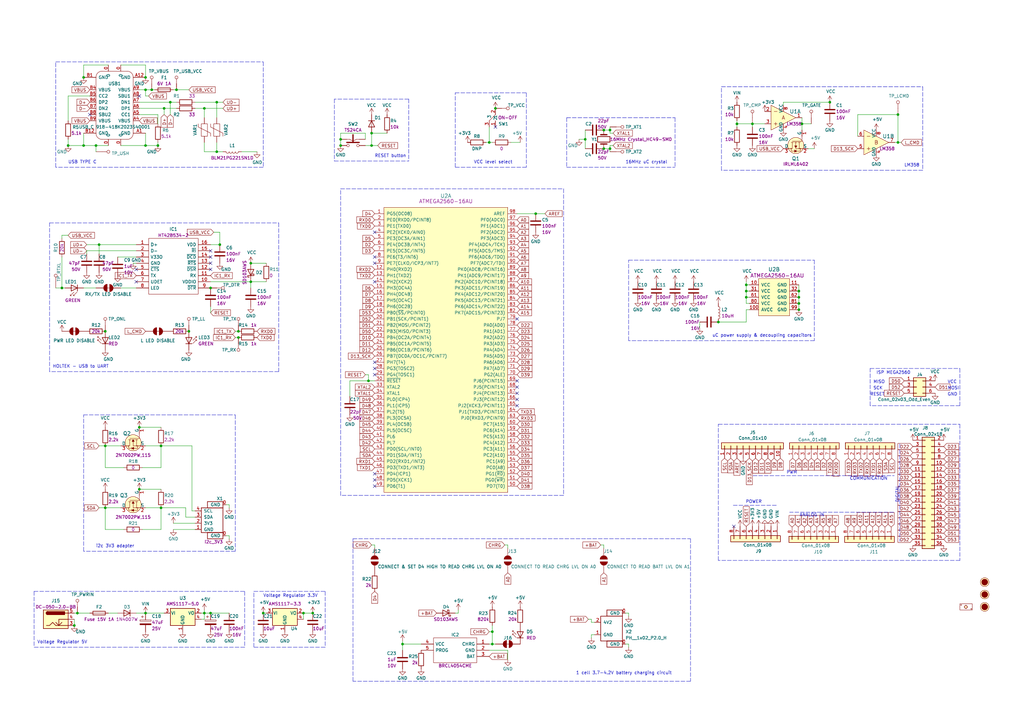
<source format=kicad_sch>
(kicad_sch (version 20211123) (generator eeschema)
  (paper "A3")
  (title_block (title "JADE MEGA") (date "2021-02-10") (rev "0.1") (company "GroundStudio.ro") (comment 1 "Schematic: Victor"))
  (junction (at 368.3 46.99))
  (junction (at 124.46 251.46))
  (junction (at 43.18 208.28))
  (junction (at 306.07 116.84))
  (junction (at 83.82 44.45))
  (junction (at 43.18 182.88))
  (junction (at 302.26 50.8))
  (junction (at 31.75 251.46))
  (junction (at 200.66 58.42))
  (junction (at 139.7 57.15))
  (junction (at 66.04 208.28))
  (junction (at 327.66 127))
  (junction (at 165.1 264.16))
  (junction (at 34.29 59.69))
  (junction (at 201.93 264.16))
  (junction (at 88.9 41.91))
  (junction (at 90.17 100.33))
  (junction (at 62.23 36.83))
  (junction (at 86.36 251.46))
  (junction (at 59.69 59.69))
  (junction (at 59.69 36.83))
  (junction (at 88.9 62.23))
  (junction (at 59.69 251.46))
  (junction (at 97.79 135.89))
  (junction (at 66.04 182.88))
  (junction (at 57.15 200.66))
  (junction (at 152.4 59.69))
  (junction (at 247.65 60.96))
  (junction (at 139.7 59.69))
  (junction (at 294.64 132.08))
  (junction (at 327.66 124.46))
  (junction (at 328.93 50.8))
  (junction (at 102.87 115.57))
  (junction (at 152.4 54.61))
  (junction (at 57.15 175.26))
  (junction (at 39.37 59.69))
  (junction (at 250.19 53.34))
  (junction (at 306.07 121.92))
  (junction (at 40.64 100.33))
  (junction (at 30.48 256.54))
  (junction (at 240.03 57.15))
  (junction (at 201.93 259.08))
  (junction (at 34.29 31.75))
  (junction (at 25.4 118.11))
  (junction (at 102.87 107.95))
  (junction (at 327.66 119.38))
  (junction (at 247.65 53.34))
  (junction (at 308.61 50.8))
  (junction (at 128.27 251.46))
  (junction (at 83.82 251.46))
  (junction (at 368.3 58.42))
  (junction (at 86.36 118.11))
  (junction (at 250.19 60.96))
  (junction (at 306.07 119.38))
  (junction (at 59.69 31.75))
  (junction (at 77.47 135.89))
  (junction (at 340.36 41.91))
  (junction (at 43.18 135.89))
  (junction (at 69.85 41.91))
  (junction (at 219.71 87.63))
  (junction (at 107.95 251.46))
  (junction (at 97.79 138.43))
  (junction (at 64.77 59.69))
  (junction (at 327.66 121.92))
  (junction (at 203.2 44.45))
  (junction (at 72.39 36.83))
  (junction (at 27.94 59.69))
  (junction (at 67.31 44.45))
  (junction (at 151.13 156.21))
  (no_connect (at 212.09 130.81))
  (no_connect (at 153.67 151.13))
  (no_connect (at 86.36 102.87))
  (no_connect (at 86.36 110.49))
  (no_connect (at 212.09 166.37))
  (no_connect (at 55.88 115.57))
  (no_connect (at 153.67 105.41))
  (no_connect (at 153.67 153.67))
  (no_connect (at 212.09 156.21))
  (no_connect (at 86.36 107.95))
  (no_connect (at 212.09 163.83))
  (no_connect (at 86.36 105.41))
  (no_connect (at 57.15 39.37))
  (no_connect (at 153.67 199.39))
  (no_connect (at 153.67 148.59))
  (no_connect (at 153.67 196.85))
  (no_connect (at 203.2 52.07))
  (no_connect (at 153.67 194.31))
  (no_connect (at 36.83 46.99))
  (no_connect (at 153.67 115.57))
  (no_connect (at 153.67 95.25))
  (no_connect (at 55.88 110.49))
  (no_connect (at 153.67 107.95))
  (no_connect (at 212.09 161.29))
  (no_connect (at 300.99 215.9))
  (no_connect (at 212.09 158.75))
  (wire (pts (xy 83.82 44.45) (xy 91.44 44.45)))
  (wire (pts (xy 149.86 54.61) (xy 139.7 54.61)))
  (wire (pts (xy 306.07 124.46) (xy 307.34 124.46)))
  (wire (pts (xy 250.19 54.61) (xy 250.19 53.34)))
  (wire (pts (xy 27.94 57.15) (xy 27.94 59.69)))
  (wire (pts (xy 327.66 124.46) (xy 327.66 121.92)))
  (wire (pts (xy 368.3 46.99) (xy 368.3 58.42)))
  (wire (pts (xy 66.04 208.28) (xy 76.2 208.28)))
  (polyline (pts (xy 20.32 91.44) (xy 114.3 91.44)))
  (wire (pts (xy 165.1 264.16) (xy 172.72 264.16)))
  (wire (pts (xy 54.61 107.95) (xy 55.88 107.95)))
  (polyline (pts (xy 231.14 77.47) (xy 231.14 203.2)))
  (wire (pts (xy 43.18 191.77) (xy 50.8 191.77)))
  (wire (pts (xy 76.2 212.09) (xy 80.01 212.09)))
  (polyline (pts (xy 114.3 152.4) (xy 20.32 152.4)))
  (wire (pts (xy 66.04 175.26) (xy 57.15 175.26)))
  (wire (pts (xy 43.18 182.88) (xy 49.53 182.88)))
  (polyline (pts (xy 114.3 91.44) (xy 114.3 152.4)))
  (wire (pts (xy 143.51 156.21) (xy 151.13 156.21)))
  (wire (pts (xy 90.17 95.25) (xy 90.17 100.33)))
  (wire (pts (xy 242.57 260.35) (xy 243.84 260.35)))
  (wire (pts (xy 308.61 52.07) (xy 308.61 50.8)))
  (polyline (pts (xy 144.78 220.98) (xy 283.21 220.98)))
  (wire (pts (xy 302.26 50.8) (xy 302.26 52.07)))
  (wire (pts (xy 251.46 59.69) (xy 250.19 59.69)))
  (wire (pts (xy 34.29 118.11) (xy 39.37 118.11)))
  (wire (pts (xy 99.06 62.23) (xy 105.41 62.23)))
  (wire (pts (xy 139.7 54.61) (xy 139.7 57.15)))
  (polyline (pts (xy 295.91 35.56) (xy 378.46 35.56)))
  (polyline (pts (xy 369.062 182.118) (xy 369.062 221.996)))
  (polyline (pts (xy 366.522 210.058) (xy 323.85 210.058)))
  (wire (pts (xy 39.37 59.69) (xy 44.45 59.69)))
  (wire (pts (xy 72.39 36.83) (xy 77.47 36.83)))
  (wire (pts (xy 31.75 251.46) (xy 36.83 251.46)))
  (wire (pts (xy 35.56 100.33) (xy 40.64 100.33)))
  (wire (pts (xy 200.66 58.42) (xy 201.93 58.42)))
  (wire (pts (xy 30.48 251.46) (xy 31.75 251.46)))
  (wire (pts (xy 66.04 217.17) (xy 66.04 208.28)))
  (polyline (pts (xy 356.87 151.13) (xy 393.7 151.13)))
  (wire (pts (xy 71.12 214.63) (xy 80.01 214.63)))
  (wire (pts (xy 247.65 223.52) (xy 247.65 224.79)))
  (wire (pts (xy 25.4 105.41) (xy 25.4 118.11)))
  (wire (pts (xy 57.15 46.99) (xy 64.77 46.99)))
  (wire (pts (xy 82.55 254) (xy 83.82 254)))
  (wire (pts (xy 83.82 251.46) (xy 83.82 250.19)))
  (wire (pts (xy 247.65 53.34) (xy 250.19 53.34)))
  (polyline (pts (xy 257.81 106.68) (xy 334.01 106.68)))
  (polyline (pts (xy 393.7 166.37) (xy 356.87 166.37)))
  (wire (pts (xy 321.31 41.91) (xy 340.36 41.91)))
  (polyline (pts (xy 276.86 48.26) (xy 276.86 68.58)))
  (wire (pts (xy 143.51 162.56) (xy 143.51 156.21)))
  (polyline (pts (xy 104.14 265.43) (xy 104.14 242.57)))
  (wire (pts (xy 34.29 31.75) (xy 34.29 26.67)))
  (polyline (pts (xy 104.14 242.57) (xy 133.35 242.57)))
  (polyline (pts (xy 257.81 139.7) (xy 257.81 106.68)))
  (wire (pts (xy 39.37 62.23) (xy 39.37 59.69)))
  (wire (pts (xy 86.36 115.57) (xy 102.87 115.57)))
  (polyline (pts (xy 283.21 220.98) (xy 283.21 279.4)))
  (polyline (pts (xy 186.69 68.58) (xy 186.69 38.1)))
  (wire (pts (xy 149.86 57.15) (xy 149.86 54.61)))
  (wire (pts (xy 109.22 115.57) (xy 102.87 115.57)))
  (wire (pts (xy 80.01 44.45) (xy 83.82 44.45)))
  (wire (pts (xy 40.64 104.14) (xy 40.64 100.33)))
  (wire (pts (xy 241.3 254) (xy 242.57 254)))
  (wire (pts (xy 306.07 127) (xy 307.34 127)))
  (wire (pts (xy 88.9 62.23) (xy 91.44 62.23)))
  (wire (pts (xy 92.71 207.01) (xy 93.98 207.01)))
  (wire (pts (xy 86.36 125.73) (xy 86.36 128.27)))
  (wire (pts (xy 209.55 58.42) (xy 213.36 58.42)))
  (wire (pts (xy 212.09 87.63) (xy 219.71 87.63)))
  (wire (pts (xy 62.23 36.83) (xy 59.69 36.83)))
  (wire (pts (xy 158.75 54.61) (xy 152.4 54.61)))
  (wire (pts (xy 34.29 59.69) (xy 27.94 59.69)))
  (wire (pts (xy 40.64 208.28) (xy 43.18 208.28)))
  (polyline (pts (xy 295.91 69.85) (xy 295.91 35.56)))
  (wire (pts (xy 149.86 153.67) (xy 151.13 153.67)))
  (wire (pts (xy 64.77 58.42) (xy 64.77 59.69)))
  (wire (pts (xy 287.02 134.62) (xy 287.02 132.08)))
  (wire (pts (xy 69.85 46.99) (xy 69.85 41.91)))
  (wire (pts (xy 88.9 41.91) (xy 91.44 41.91)))
  (wire (pts (xy 25.4 96.52) (xy 27.94 96.52)))
  (polyline (pts (xy 393.7 229.87) (xy 294.64 229.87)))
  (wire (pts (xy 306.07 121.92) (xy 306.07 124.46)))
  (wire (pts (xy 152.4 54.61) (xy 152.4 59.69)))
  (wire (pts (xy 59.69 36.83) (xy 57.15 36.83)))
  (polyline (pts (xy 137.16 66.04) (xy 167.64 66.04)))
  (wire (pts (xy 328.93 50.8) (xy 328.93 53.34)))
  (wire (pts (xy 67.31 46.99) (xy 67.31 44.45)))
  (wire (pts (xy 86.36 251.46) (xy 93.98 251.46)))
  (wire (pts (xy 327.66 127) (xy 327.66 124.46)))
  (wire (pts (xy 208.28 223.52) (xy 208.28 224.79)))
  (polyline (pts (xy 100.33 242.57) (xy 100.33 265.43)))
  (polyline (pts (xy 300.736 207.264) (xy 318.516 207.264)))
  (wire (pts (xy 57.15 44.45) (xy 67.31 44.45)))
  (wire (pts (xy 200.66 259.08) (xy 201.93 259.08)))
  (wire (pts (xy 49.53 26.67) (xy 59.69 26.67)))
  (wire (pts (xy 107.95 251.46) (xy 109.22 251.46)))
  (wire (pts (xy 307.34 121.92) (xy 306.07 121.92)))
  (wire (pts (xy 82.55 251.46) (xy 83.82 251.46)))
  (wire (pts (xy 49.53 59.69) (xy 59.69 59.69)))
  (wire (pts (xy 306.07 115.57) (xy 306.07 116.84)))
  (wire (pts (xy 149.86 59.69) (xy 152.4 59.69)))
  (polyline (pts (xy 356.87 166.37) (xy 356.87 151.13)))
  (polyline (pts (xy 96.52 226.06) (xy 34.29 226.06)))
  (wire (pts (xy 351.79 46.99) (xy 368.3 46.99)))
  (wire (pts (xy 34.29 54.61) (xy 34.29 59.69)))
  (polyline (pts (xy 22.86 25.4) (xy 107.95 25.4)))
  (polyline (pts (xy 34.29 170.18) (xy 96.52 170.18)))
  (wire (pts (xy 93.98 219.71) (xy 93.98 220.98)))
  (polyline (pts (xy 137.16 40.64) (xy 137.16 66.04)))
  (wire (pts (xy 187.96 251.46) (xy 187.96 250.19)))
  (wire (pts (xy 58.42 217.17) (xy 66.04 217.17)))
  (wire (pts (xy 43.18 208.28) (xy 43.18 217.17)))
  (wire (pts (xy 92.71 219.71) (xy 93.98 219.71)))
  (polyline (pts (xy 294.64 173.99) (xy 393.7 173.99)))
  (wire (pts (xy 327.66 116.84) (xy 327.66 119.38)))
  (wire (pts (xy 124.46 251.46) (xy 128.27 251.46)))
  (wire (pts (xy 367.03 58.42) (xy 368.3 58.42)))
  (wire (pts (xy 59.69 39.37) (xy 59.69 36.83)))
  (wire (pts (xy 43.18 217.17) (xy 50.8 217.17)))
  (wire (pts (xy 69.85 41.91) (xy 72.39 41.91)))
  (polyline (pts (xy 34.29 226.06) (xy 34.29 170.18)))
  (wire (pts (xy 48.26 251.46) (xy 44.45 251.46)))
  (wire (pts (xy 321.31 43.18) (xy 321.31 41.91)))
  (polyline (pts (xy 100.33 265.43) (xy 13.97 265.43)))
  (polyline (pts (xy 13.97 242.57) (xy 13.97 265.43)))
  (wire (pts (xy 294.64 132.08) (xy 306.07 132.08)))
  (wire (pts (xy 165.1 264.16) (xy 165.1 266.7)))
  (wire (pts (xy 201.93 259.08) (xy 201.93 264.16)))
  (polyline (pts (xy 167.64 40.64) (xy 137.16 40.64)))
  (polyline (pts (xy 232.41 48.26) (xy 232.41 68.58)))
  (wire (pts (xy 59.69 251.46) (xy 67.31 251.46)))
  (wire (pts (xy 250.19 59.69) (xy 250.19 60.96)))
  (wire (pts (xy 66.04 182.88) (xy 78.74 182.88)))
  (wire (pts (xy 242.57 261.62) (xy 242.57 260.35)))
  (wire (pts (xy 200.66 264.16) (xy 201.93 264.16)))
  (polyline (pts (xy 22.86 68.58) (xy 22.86 25.4)))
  (wire (pts (xy 83.82 62.23) (xy 88.9 62.23)))
  (wire (pts (xy 208.28 266.7) (xy 208.28 270.51)))
  (polyline (pts (xy 13.97 242.57) (xy 100.33 242.57)))
  (wire (pts (xy 307.34 116.84) (xy 306.07 116.84)))
  (wire (pts (xy 78.74 182.88) (xy 78.74 209.55)))
  (wire (pts (xy 71.12 36.83) (xy 72.39 36.83)))
  (wire (pts (xy 49.53 118.11) (xy 55.88 118.11)))
  (polyline (pts (xy 308.864 195.072) (xy 366.776 195.072)))
  (wire (pts (xy 34.29 26.67) (xy 44.45 26.67)))
  (wire (pts (xy 151.13 156.21) (xy 153.67 156.21)))
  (wire (pts (xy 78.74 209.55) (xy 80.01 209.55)))
  (wire (pts (xy 40.64 182.88) (xy 43.18 182.88)))
  (wire (pts (xy 63.5 36.83) (xy 62.23 36.83)))
  (polyline (pts (xy 107.95 25.4) (xy 107.95 68.58)))
  (polyline (pts (xy 167.64 40.64) (xy 167.64 66.04)))
  (polyline (pts (xy 393.7 151.13) (xy 393.7 166.37)))
  (wire (pts (xy 35.56 102.87) (xy 55.88 102.87)))
  (wire (pts (xy 351.79 55.88) (xy 351.79 46.99)))
  (wire (pts (xy 59.69 182.88) (xy 66.04 182.88)))
  (polyline (pts (xy 232.41 48.26) (xy 276.86 48.26)))
  (wire (pts (xy 83.82 251.46) (xy 86.36 251.46)))
  (wire (pts (xy 246.38 223.52) (xy 247.65 223.52)))
  (wire (pts (xy 59.69 59.69) (xy 64.77 59.69)))
  (wire (pts (xy 25.4 118.11) (xy 26.67 118.11)))
  (wire (pts (xy 331.47 60.96) (xy 334.01 60.96)))
  (polyline (pts (xy 139.7 203.2) (xy 139.7 77.47)))
  (wire (pts (xy 186.69 251.46) (xy 187.96 251.46)))
  (wire (pts (xy 257.81 251.46) (xy 256.54 251.46)))
  (wire (pts (xy 308.61 50.8) (xy 313.69 50.8)))
  (wire (pts (xy 250.19 60.96) (xy 247.65 60.96)))
  (wire (pts (xy 240.03 57.15) (xy 240.03 53.34)))
  (wire (pts (xy 102.87 115.57) (xy 102.87 118.11)))
  (wire (pts (xy 27.94 39.37) (xy 36.83 39.37)))
  (wire (pts (xy 35.56 104.14) (xy 35.56 102.87)))
  (wire (pts (xy 66.04 208.28) (xy 59.69 208.28)))
  (wire (pts (xy 25.4 97.79) (xy 25.4 96.52)))
  (wire (pts (xy 242.57 255.27) (xy 243.84 255.27)))
  (wire (pts (xy 219.71 87.63) (xy 223.52 87.63)))
  (wire (pts (xy 64.77 46.99) (xy 64.77 50.8)))
  (wire (pts (xy 165.1 262.89) (xy 165.1 264.16)))
  (wire (pts (xy 43.18 182.88) (xy 43.18 191.77)))
  (wire (pts (xy 251.46 54.61) (xy 250.19 54.61)))
  (wire (pts (xy 242.57 254) (xy 242.57 255.27)))
  (wire (pts (xy 153.67 223.52) (xy 153.67 224.79)))
  (wire (pts (xy 199.39 58.42) (xy 200.66 58.42)))
  (wire (pts (xy 332.74 50.8) (xy 328.93 50.8)))
  (polyline (pts (xy 186.69 38.1) (xy 215.9 38.1)))
  (wire (pts (xy 40.64 100.33) (xy 55.88 100.33)))
  (polyline (pts (xy 133.35 265.43) (xy 104.14 265.43)))
  (polyline (pts (xy 133.35 242.57) (xy 133.35 265.43)))
  (wire (pts (xy 67.31 44.45) (xy 72.39 44.45)))
  (polyline (pts (xy 215.9 38.1) (xy 215.9 68.58)))
  (wire (pts (xy 307.34 119.38) (xy 306.07 119.38)))
  (polyline (pts (xy 334.01 139.7) (xy 257.81 139.7)))
  (wire (pts (xy 302.26 49.53) (xy 302.26 50.8)))
  (wire (pts (xy 368.3 58.42) (xy 369.57 58.42)))
  (wire (pts (xy 87.63 95.25) (xy 90.17 95.25)))
  (wire (pts (xy 201.93 256.54) (xy 201.93 259.08)))
  (wire (pts (xy 200.66 266.7) (xy 208.28 266.7)))
  (wire (pts (xy 30.48 254) (xy 30.48 256.54)))
  (wire (pts (xy 250.19 52.07) (xy 250.19 53.34)))
  (wire (pts (xy 152.4 223.52) (xy 153.67 223.52)))
  (polyline (pts (xy 294.64 229.87) (xy 294.64 173.99)))
  (wire (pts (xy 86.36 100.33) (xy 90.17 100.33)))
  (wire (pts (xy 306.07 132.08) (xy 306.07 127)))
  (wire (pts (xy 43.18 208.28) (xy 49.53 208.28)))
  (wire (pts (xy 59.69 26.67) (xy 59.69 31.75)))
  (wire (pts (xy 308.61 50.8) (xy 302.26 50.8)))
  (wire (pts (xy 124.46 251.46) (xy 124.46 254)))
  (wire (pts (xy 96.52 135.89) (xy 97.79 135.89)))
  (wire (pts (xy 83.82 62.23) (xy 83.82 58.42)))
  (polyline (pts (xy 96.52 170.18) (xy 96.52 226.06)))
  (wire (pts (xy 59.69 251.46) (xy 55.88 251.46)))
  (wire (pts (xy 152.4 59.69) (xy 154.94 59.69)))
  (wire (pts (xy 257.81 252.73) (xy 257.81 251.46)))
  (wire (pts (xy 80.01 41.91) (xy 88.9 41.91)))
  (wire (pts (xy 88.9 48.26) (xy 88.9 41.91)))
  (wire (pts (xy 327.66 121.92) (xy 327.66 119.38)))
  (wire (pts (xy 34.29 59.69) (xy 39.37 59.69)))
  (wire (pts (xy 201.93 264.16) (xy 203.2 264.16)))
  (wire (pts (xy 306.07 119.38) (xy 306.07 121.92)))
  (wire (pts (xy 83.82 48.26) (xy 83.82 44.45)))
  (wire (pts (xy 237.49 57.15) (xy 240.03 57.15)))
  (polyline (pts (xy 334.01 106.68) (xy 334.01 139.7)))
  (polyline (pts (xy 107.95 68.58) (xy 22.86 68.58)))
  (polyline (pts (xy 232.41 68.58) (xy 276.86 68.58)))
  (wire (pts (xy 66.04 200.66) (xy 57.15 200.66)))
  (wire (pts (xy 109.22 107.95) (xy 102.87 107.95)))
  (wire (pts (xy 27.94 49.53) (xy 27.94 39.37)))
  (polyline (pts (xy 20.32 152.4) (xy 20.32 91.44)))
  (wire (pts (xy 60.96 39.37) (xy 59.69 39.37)))
  (wire (pts (xy 139.7 59.69) (xy 139.7 57.15)))
  (wire (pts (xy 58.42 191.77) (xy 66.04 191.77)))
  (polyline (pts (xy 144.78 279.4) (xy 144.78 220.98)))
  (wire (pts (xy 240.03 57.15) (xy 240.03 60.96)))
  (polyline (pts (xy 378.46 35.56) (xy 378.46 69.85)))
  (wire (pts (xy 250.19 62.23) (xy 250.19 60.96)))
  (polyline (pts (xy 393.7 173.99) (xy 393.7 229.87)))
  (wire (pts (xy 48.26 105.41) (xy 55.88 105.41)))
  (wire (pts (xy 66.04 191.77) (xy 66.04 182.88)))
  (wire (pts (xy 59.69 59.69) (xy 59.69 54.61)))
  (polyline (pts (xy 283.21 279.4) (xy 144.78 279.4)))
  (wire (pts (xy 200.66 52.07) (xy 200.66 58.42)))
  (polyline (pts (xy 378.46 69.85) (xy 295.91 69.85)))
  (wire (pts (xy 151.13 153.67) (xy 151.13 156.21)))
  (wire (pts (xy 257.81 265.43) (xy 257.81 264.16)))
  (wire (pts (xy 76.2 208.28) (xy 76.2 212.09)))
  (wire (pts (xy 257.81 264.16) (xy 256.54 264.16)))
  (wire (pts (xy 328.93 48.26) (xy 328.93 50.8)))
  (polyline (pts (xy 231.14 203.2) (xy 139.7 203.2)))
  (polyline (pts (xy 139.7 77.47) (xy 231.14 77.47)))
  (wire (pts (xy 88.9 58.42) (xy 88.9 62.23)))
  (wire (pts (xy 83.82 254) (xy 83.82 251.46)))
  (polyline (pts (xy 215.9 68.58) (xy 186.69 68.58)))
  (wire (pts (xy 22.86 118.11) (xy 25.4 118.11)))
  (wire (pts (xy 96.52 138.43) (xy 97.79 138.43)))
  (wire (pts (xy 57.15 41.91) (xy 69.85 41.91)))
  (wire (pts (xy 71.12 217.17) (xy 80.01 217.17)))
  (wire (pts (xy 207.01 223.52) (xy 208.28 223.52)))
  (wire (pts (xy 306.07 116.84) (xy 306.07 119.38)))
  (wire (pts (xy 93.98 207.01) (xy 93.98 208.28)))
  (text "i2c 3V3 adapter" (at 39.37 224.79 0) (effects (font (size 1.27 1.27)) (justify left bottom)))
  (text "VCC" (at 388.62 157.48 0) (effects (font (size 1.27 1.27)) (justify left bottom)))
  (text "RESET" (at 356.87 162.56 0) (effects (font (size 1.27 1.27)) (justify left bottom)))
  (text "LM358" (at 370.84 68.58 0) (effects (font (size 1.27 1.27)) (justify left bottom)))
  (text "ISP MEGA2560" (at 359.41 153.67 0) (effects (font (size 1.27 1.27)) (justify left bottom)))
  (text "Voltage Regulator 5V" (at 15.24 264.16 0) (effects (font (size 1.27 1.27)) (justify left bottom)))
  (text "Voltage Regulator 3.3V" (at 107.95 245.11 0) (effects (font (size 1.27 1.27)) (justify left bottom)))
  (text "VCC level select" (at 194.31 67.31 0) (effects (font (size 1.27 1.27)) (justify left bottom)))
  (text "ANALOG IN" (at 327.914 212.09 0) (effects (font (size 1.27 1.27)) (justify left bottom)))
  (text "DIGITAL" (at 368.808 206.248 90) (effects (font (size 1.27 1.27)) (justify left bottom)))
  (text "uC power supply & decoupling capacitors" (at 292.1 138.43 0) (effects (font (size 1.27 1.27)) (justify left bottom)))
  (text "HOLTEK - USB to UART" (at 21.59 151.13 0) (effects (font (size 1.27 1.27)) (justify left bottom)))
  (text "PWM" (at 322.58 194.564 0) (effects (font (size 1.27 1.27)) (justify left bottom)))
  (text "GND" (at 388.62 162.56 0) (effects (font (size 1.27 1.27)) (justify left bottom)))
  (text "RESET button" (at 153.67 64.77 0) (effects (font (size 1.27 1.27)) (justify left bottom)))
  (text "POWER" (at 305.816 206.629 0) (effects (font (size 1.27 1.27)) (justify left bottom)))
  (text "USB TYPE C" (at 27.94 67.31 0) (effects (font (size 1.27 1.27)) (justify left bottom)))
  (text "COMMUNICATION" (at 348.488 197.104 0) (effects (font (size 1.27 1.27)) (justify left bottom)))
  (text "SCK" (at 358.14 160.02 0) (effects (font (size 1.27 1.27)) (justify left bottom)))
  (text "MISO" (at 358.14 157.48 0) (effects (font (size 1.27 1.27)) (justify left bottom)))
  (text "MOSI" (at 388.62 160.02 0) (effects (font (size 1.27 1.27)) (justify left bottom)))
  (text "16MHz uC crystal" (at 256.54 67.31 0) (effects (font (size 1.27 1.27)) (justify left bottom)))
  (text "1 cell 3.7-4.2V battery charging circuit" (at 236.22 276.86 0) (effects (font (size 1.27 1.27)) (justify left bottom)))
  (global_label "RXD2" (shape input) (at 355.6 187.96 270) (property "Intersheet References" "${INTERSHEET_REFS}" (effects hide)))
  (global_label "D24" (shape input) (at 374.396 185.674 180) (property "Intersheet References" "${INTERSHEET_REFS}" (effects hide)))
  (global_label "RESET" (shape input) (at 370.84 161.29 180) (property "Intersheet References" "${INTERSHEET_REFS}" (effects hide)))
  (global_label "D-" (shape input) (at 36.83 44.45 180) (property "Intersheet References" "${INTERSHEET_REFS}" (effects hide)))
  (global_label "D37" (shape input) (at 387.096 200.914 0) (property "Intersheet References" "${INTERSHEET_REFS}" (effects hide)))
  (global_label "VBUS" (shape input) (at 36.83 36.83 180) (property "Intersheet References" "${INTERSHEET_REFS}" (effects hide)))
  (global_label "USB_VCC" (shape input) (at 77.47 36.83 0) (property "Intersheet References" "${INTERSHEET_REFS}" (effects hide)))
  (global_label "D53" (shape input) (at 387.096 221.234 0) (property "Intersheet References" "${INTERSHEET_REFS}" (effects hide)))
  (global_label "D4" (shape input) (at 153.67 242.57 270) (property "Intersheet References" "${INTERSHEET_REFS}" (effects hide)))
  (global_label "D12" (shape input) (at 309.88 187.96 270) (property "Intersheet References" "${INTERSHEET_REFS}" (effects hide)))
  (global_label "D48" (shape input) (at 153.67 166.37 180) (property "Intersheet References" "${INTERSHEET_REFS}" (effects hide)))
  (global_label "D31" (shape input) (at 387.096 193.294 0) (property "Intersheet References" "${INTERSHEET_REFS}" (effects hide)))
  (global_label "D29" (shape input) (at 387.096 190.754 0) (property "Intersheet References" "${INTERSHEET_REFS}" (effects hide)))
  (global_label "D46" (shape input) (at 153.67 171.45 180) (property "Intersheet References" "${INTERSHEET_REFS}" (effects hide)))
  (global_label "TXD0" (shape input) (at 105.41 138.43 0) (property "Intersheet References" "${INTERSHEET_REFS}" (effects hide)))
  (global_label "A3" (shape input) (at 332.486 216.154 90) (property "Intersheet References" "${INTERSHEET_REFS}" (effects hide)))
  (global_label "SDA" (shape input) (at 299.72 187.96 270) (property "Intersheet References" "${INTERSHEET_REFS}" (effects hide)))
  (global_label "D3" (shape input) (at 153.67 102.87 180) (property "Intersheet References" "${INTERSHEET_REFS}" (effects hide)))
  (global_label "D51" (shape input) (at 387.096 218.694 0) (property "Intersheet References" "${INTERSHEET_REFS}" (effects hide)))
  (global_label "D37" (shape input) (at 212.09 191.77 0) (property "Intersheet References" "${INTERSHEET_REFS}" (effects hide)))
  (global_label "UD+" (shape input) (at 91.44 44.45 0) (property "Intersheet References" "${INTERSHEET_REFS}" (effects hide)))
  (global_label "D8" (shape input) (at 320.04 187.96 270) (property "Intersheet References" "${INTERSHEET_REFS}" (effects hide)))
  (global_label "RXD0" (shape input) (at 153.67 90.17 180) (property "Intersheet References" "${INTERSHEET_REFS}" (effects hide)))
  (global_label "RXD1" (shape input) (at 153.67 189.23 180) (property "Intersheet References" "${INTERSHEET_REFS}" (effects hide)))
  (global_label "D26" (shape input) (at 212.09 143.51 0) (property "Intersheet References" "${INTERSHEET_REFS}" (effects hide)))
  (global_label "A13" (shape input) (at 212.09 123.19 0) (property "Intersheet References" "${INTERSHEET_REFS}" (effects hide)))
  (global_label "A7" (shape input) (at 212.09 107.95 0) (property "Intersheet References" "${INTERSHEET_REFS}" (effects hide)))
  (global_label "CHRG" (shape input) (at 207.01 223.52 180) (property "Intersheet References" "${INTERSHEET_REFS}" (effects hide)))
  (global_label "AREF" (shape input) (at 223.52 87.63 0) (property "Intersheet References" "${INTERSHEET_REFS}" (effects hide)))
  (global_label "A10" (shape input) (at 352.806 216.154 90) (property "Intersheet References" "${INTERSHEET_REFS}" (effects hide)))
  (global_label "D27" (shape input) (at 212.09 146.05 0) (property "Intersheet References" "${INTERSHEET_REFS}" (effects hide)))
  (global_label "A3" (shape input) (at 212.09 97.79 0) (property "Intersheet References" "${INTERSHEET_REFS}" (effects hide)))
  (global_label "D44" (shape input) (at 374.396 211.074 180) (property "Intersheet References" "${INTERSHEET_REFS}" (effects hide)))
  (global_label "TXD2" (shape input) (at 353.06 187.96 270) (property "Intersheet References" "${INTERSHEET_REFS}" (effects hide)))
  (global_label "D34" (shape input) (at 374.396 198.374 180) (property "Intersheet References" "${INTERSHEET_REFS}" (effects hide)))
  (global_label "D2" (shape input) (at 153.67 100.33 180) (property "Intersheet References" "${INTERSHEET_REFS}" (effects hide)))
  (global_label "A12" (shape input) (at 212.09 120.65 0) (property "Intersheet References" "${INTERSHEET_REFS}" (effects hide)))
  (global_label "A7" (shape input) (at 342.646 216.154 90) (property "Intersheet References" "${INTERSHEET_REFS}" (effects hide)))
  (global_label "D25" (shape input) (at 387.096 185.674 0) (property "Intersheet References" "${INTERSHEET_REFS}" (effects hide)))
  (global_label "D26" (shape input) (at 374.396 188.214 180) (property "Intersheet References" "${INTERSHEET_REFS}" (effects hide)))
  (global_label "D29" (shape input) (at 212.09 151.13 0) (property "Intersheet References" "${INTERSHEET_REFS}" (effects hide)))
  (global_label "D5" (shape input) (at 153.67 97.79 180) (property "Intersheet References" "${INTERSHEET_REFS}" (effects hide)))
  (global_label "D6" (shape input) (at 327.66 187.96 270) (property "Intersheet References" "${INTERSHEET_REFS}" (effects hide)))
  (global_label "D28" (shape input) (at 212.09 148.59 0) (property "Intersheet References" "${INTERSHEET_REFS}" (effects hide)))
  (global_label "A12" (shape input) (at 357.886 216.154 90) (property "Intersheet References" "${INTERSHEET_REFS}" (effects hide)))
  (global_label "D6" (shape input) (at 153.67 118.11 180) (property "Intersheet References" "${INTERSHEET_REFS}" (effects hide)))
  (global_label "VBUS" (shape input) (at 57.15 49.53 0) (property "Intersheet References" "${INTERSHEET_REFS}" (effects hide)))
  (global_label "D46" (shape input) (at 374.396 213.614 180) (property "Intersheet References" "${INTERSHEET_REFS}" (effects hide)))
  (global_label "D34" (shape input) (at 212.09 184.15 0) (property "Intersheet References" "${INTERSHEET_REFS}" (effects hide)))
  (global_label "RXD0" (shape input) (at 105.41 135.89 0) (property "Intersheet References" "${INTERSHEET_REFS}" (effects hide)))
  (global_label "RESET" (shape input) (at 149.86 153.67 180) (property "Intersheet References" "${INTERSHEET_REFS}" (effects hide)))
  (global_label "A13" (shape input) (at 360.426 216.154 90) (property "Intersheet References" "${INTERSHEET_REFS}" (effects hide)))
  (global_label "RESET" (shape input) (at 154.94 59.69 0) (property "Intersheet References" "${INTERSHEET_REFS}" (effects hide)))
  (global_label "VBUS" (shape input) (at 60.96 39.37 0) (property "Intersheet References" "${INTERSHEET_REFS}" (effects hide)))
  (global_label "A10" (shape input) (at 212.09 115.57 0) (property "Intersheet References" "${INTERSHEET_REFS}" (effects hide)))
  (global_label "A6" (shape input) (at 340.106 216.154 90) (property "Intersheet References" "${INTERSHEET_REFS}" (effects hide)))
  (global_label "+BAT" (shape input) (at 241.3 254 180) (property "Intersheet References" "${INTERSHEET_REFS}" (effects hide)))
  (global_label "D+" (shape input) (at 67.31 46.99 270) (property "Intersheet References" "${INTERSHEET_REFS}" (effects hide)))
  (global_label "RXD3" (shape input) (at 212.09 171.45 0) (property "Intersheet References" "${INTERSHEET_REFS}" (effects hide)))
  (global_label "A14" (shape input) (at 362.966 216.154 90) (property "Intersheet References" "${INTERSHEET_REFS}" (effects hide)))
  (global_label "D32" (shape input) (at 212.09 179.07 0) (property "Intersheet References" "${INTERSHEET_REFS}" (effects hide)))
  (global_label "XTAL2" (shape input) (at 153.67 158.75 180) (property "Intersheet References" "${INTERSHEET_REFS}" (effects hide)))
  (global_label "A8" (shape input) (at 347.726 216.154 90) (property "Intersheet References" "${INTERSHEET_REFS}" (effects hide)))
  (global_label "A6" (shape input) (at 212.09 105.41 0) (property "Intersheet References" "${INTERSHEET_REFS}" (effects hide)))
  (global_label "D25" (shape input) (at 212.09 140.97 0) (property "Intersheet References" "${INTERSHEET_REFS}" (effects hide)))
  (global_label "D24" (shape input) (at 212.09 138.43 0) (property "Intersheet References" "${INTERSHEET_REFS}" (effects hide)))
  (global_label "D36" (shape input) (at 212.09 189.23 0) (property "Intersheet References" "${INTERSHEET_REFS}" (effects hide)))
  (global_label "+BAT" (shape input) (at 200.66 269.24 0) (property "Intersheet References" "${INTERSHEET_REFS}" (effects hide)))
  (global_label "D13_SCK" (shape input) (at 351.79 60.96 180) (property "Intersheet References" "${INTERSHEET_REFS}" (effects hide)))
  (global_label "D40" (shape input) (at 212.09 194.31 0) (property "Intersheet References" "${INTERSHEET_REFS}" (effects hide)))
  (global_label "A11" (shape input) (at 212.09 118.11 0) (property "Intersheet References" "${INTERSHEET_REFS}" (effects hide)))
  (global_label "D43" (shape input) (at 387.096 208.534 0) (property "Intersheet References" "${INTERSHEET_REFS}" (effects hide)))
  (global_label "D42" (shape input) (at 153.67 181.61 180) (property "Intersheet References" "${INTERSHEET_REFS}" (effects hide)))
  (global_label "A4" (shape input) (at 335.026 216.154 90) (property "Intersheet References" "${INTERSHEET_REFS}" (effects hide)))
  (global_label "D45" (shape input) (at 387.096 211.074 0) (property "Intersheet References" "${INTERSHEET_REFS}" (effects hide)))
  (global_label "SCL" (shape input) (at 297.18 187.96 270) (property "Intersheet References" "${INTERSHEET_REFS}" (effects hide)))
  (global_label "TXD0" (shape input) (at 153.67 92.71 180) (property "Intersheet References" "${INTERSHEET_REFS}" (effects hide)))
  (global_label "A0" (shape input) (at 212.09 90.17 0) (property "Intersheet References" "${INTERSHEET_REFS}" (effects hide)))
  (global_label "D11" (shape input) (at 153.67 140.97 180) (property "Intersheet References" "${INTERSHEET_REFS}" (effects hide)))
  (global_label "SCL" (shape input) (at 365.76 187.96 270) (property "Intersheet References" "${INTERSHEET_REFS}" (effects hide)))
  (global_label "L_CMD" (shape input) (at 59.69 135.89 180) (property "Intersheet References" "${INTERSHEET_REFS}" (effects hide)))
  (global_label "RXD0" (shape input) (at 342.9 187.96 270) (property "Intersheet References" "${INTERSHEET_REFS}" (effects hide)))
  (global_label "A4" (shape input) (at 212.09 100.33 0) (property "Intersheet References" "${INTERSHEET_REFS}" (effects hide)))
  (global_label "D49" (shape input) (at 153.67 163.83 180) (property "Intersheet References" "${INTERSHEET_REFS}" (effects hide)))
  (global_label "D22" (shape input) (at 374.396 183.134 180) (property "Intersheet References" "${INTERSHEET_REFS}" (effects hide)))
  (global_label "TXD1" (shape input) (at 153.67 191.77 180) (property "Intersheet References" "${INTERSHEET_REFS}" (effects hide)))
  (global_label "A5" (shape input) (at 212.09 102.87 0) (property "Intersheet References" "${INTERSHEET_REFS}" (effects hide)))
  (global_label "D47" (shape input) (at 387.096 213.614 0) (property "Intersheet References" "${INTERSHEET_REFS}" (effects hide)))
  (global_label "RXD3" (shape input) (at 350.52 187.96 270) (property "Intersheet References" "${INTERSHEET_REFS}" (effects hide)))
  (global_label "A11" (shape input) (at 355.346 216.154 90) (property "Intersheet References" "${INTERSHEET_REFS}" (effects hide)))
  (global_label "D36" (shape input) (at 374.396 200.914 180) (property "Intersheet References" "${INTERSHEET_REFS}" (effects hide)))
  (global_label "D2" (shape input) (at 337.82 187.96 270) (property "Intersheet References" "${INTERSHEET_REFS}" (effects hide)))
  (global_label "D43" (shape input) (at 153.67 179.07 180) (property "Intersheet References" "${INTERSHEET_REFS}" (effects hide)))
  (global_label "D23" (shape input) (at 212.09 135.89 0) (property "Intersheet References" "${INTERSHEET_REFS}" (effects hide)))
  (global_label "D45" (shape input) (at 153.67 173.99 180) (property "Intersheet References" "${INTERSHEET_REFS}" (effects hide)))
  (global_label "D10" (shape input) (at 314.96 187.96 270) (property "Intersheet References" "${INTERSHEET_REFS}" (effects hide)))
  (global_label "A0" (shape input) (at 208.28 234.95 270) (property "Intersheet References" "${INTERSHEET_REFS}" (effects hide)))
  (global_label "D35" (shape input) (at 212.09 186.69 0) (property "Intersheet References" "${INTERSHEET_REFS}" (effects hide)))
  (global_label "SDA" (shape input) (at 40.64 208.28 180) (property "Intersheet References" "${INTERSHEET_REFS}" (effects hide)))
  (global_label "A1" (shape input) (at 247.65 234.95 270) (property "Intersheet References" "${INTERSHEET_REFS}" (effects hide)))
  (global_label "D40" (shape input) (at 374.396 205.994 180) (property "Intersheet References" "${INTERSHEET_REFS}" (effects hide)))
  (global_label "SDA" (shape input) (at 363.22 187.96 270) (property "Intersheet References" "${INTERSHEET_REFS}" (effects hide)))
  (global_label "D52" (shape input) (at 153.67 130.81 180) (property "Intersheet References" "${INTERSHEET_REFS}" (effects hide)))
  (global_label "A1" (shape input) (at 212.09 92.71 0) (property "Intersheet References" "${INTERSHEET_REFS}" (effects hide)))
  (global_label "D51" (shape input) (at 383.54 158.75 0) (property "Intersheet References" "${INTERSHEET_REFS}" (effects hide)))
  (global_label "D39" (shape input) (at 212.09 153.67 0) (property "Intersheet References" "${INTERSHEET_REFS}" (effects hide)))
  (global_label "A9" (shape input) (at 212.09 113.03 0) (property "Intersheet References" "${INTERSHEET_REFS}" (effects hide)))
  (global_label "XTAL1" (shape input) (at 153.67 161.29 180) (property "Intersheet References" "${INTERSHEET_REFS}" (effects hide)))
  (global_label "D28" (shape input) (at 374.396 190.754 180) (property "Intersheet References" "${INTERSHEET_REFS}" (effects hide)))
  (global_label "USB_VCC" (shape input) (at 27.94 96.52 0) (property "Intersheet References" "${INTERSHEET_REFS}" (effects hide)))
  (global_label "A15" (shape input) (at 365.506 216.154 90) (property "Intersheet References" "${INTERSHEET_REFS}" (effects hide)))
  (global_label "D11" (shape input) (at 312.42 187.96 270) (property "Intersheet References" "${INTERSHEET_REFS}" (effects hide)))
  (global_label "A5" (shape input) (at 337.566 216.154 90) (property "Intersheet References" "${INTERSHEET_REFS}" (effects hide)))
  (global_label "D38" (shape input) (at 212.09 199.39 0) (property "Intersheet References" "${INTERSHEET_REFS}" (effects hide)))
  (global_label "CHRG" (shape input) (at 152.4 223.52 180) (property "Intersheet References" "${INTERSHEET_REFS}" (effects hide)))
  (global_label "RXD1" (shape input) (at 360.68 187.96 270) (property "Intersheet References" "${INTERSHEET_REFS}" (effects hide)))
  (global_label "SCL" (shape input) (at 40.64 182.88 180) (property "Intersheet References" "${INTERSHEET_REFS}" (effects hide)))
  (global_label "RESET" (shape input) (at 86.36 128.27 0) (property "Intersheet References" "${INTERSHEET_REFS}" (effects hide)))
  (global_label "D23" (shape input) (at 387.096 183.134 0) (property "Intersheet References" "${INTERSHEET_REFS}" (effects hide)))
  (global_label "D9" (shape input) (at 317.5 187.96 270) (property "Intersheet References" "${INTERSHEET_REFS}" (effects hide)))
  (global_label "A1" (shape input) (at 327.406 216.154 90) (property "Intersheet References" "${INTERSHEET_REFS}" (effects hide)))
  (global_label "D44" (shape input) (at 153.67 176.53 180) (property "Intersheet References" "${INTERSHEET_REFS}" (effects hide)))
  (global_label "UD+" (shape input) (at 35.56 100.33 180) (property "Intersheet References" "${INTERSHEET_REFS}" (effects hide)))
  (global_label "UD-" (shape input) (at 91.44 41.91 0) (property "Intersheet References" "${INTERSHEET_REFS}" (effects hide)))
  (global_label "D8" (shape input) (at 153.67 123.19 180) (property "Intersheet References" "${INTERSHEET_REFS}" (effects hide)))
  (global_label "D52" (shape input) (at 370.84 158.75 180) (property "Intersheet References" "${INTERSHEET_REFS}" (effects hide)))
  (global_label "D22" (shape input) (at 212.09 133.35 0) (property "Intersheet References" "${INTERSHEET_REFS}" (effects hide)))
  (global_label "D27" (shape input) (at 387.096 188.214 0) (property "Intersheet References" "${INTERSHEET_REFS}" (effects hide)))
  (global_label "D5" (shape input) (at 330.2 187.96 270) (property "Intersheet References" "${INTERSHEET_REFS}" (effects hide)))
  (global_label "D4" (shape input) (at 153.67 87.63 180) (property "Intersheet References" "${INTERSHEET_REFS}" (effects hide)))
  (global_label "D+" (shape input) (at 36.83 41.91 180) (property "Intersheet References" "${INTERSHEET_REFS}" (effects hide)))
  (global_label "D47" (shape input) (at 153.67 168.91 180) (property "Intersheet References" "${INTERSHEET_REFS}" (effects hide)))
  (global_label "A9" (shape input) (at 350.266 216.154 90) (property "Intersheet References" "${INTERSHEET_REFS}" (effects hide)))
  (global_label "D53" (shape input) (at 153.67 128.27 180) (property "Intersheet References" "${INTERSHEET_REFS}" (effects hide)))
  (global_label "D35" (shape input) (at 387.096 198.374 0) (property "Intersheet References" "${INTERSHEET_REFS}" (effects hide)))
  (global_label "D31" (shape input) (at 212.09 176.53 0) (property "Intersheet References" "${INTERSHEET_REFS}" (effects hide)))
  (global_label "+BAT" (shape input) (at 246.38 223.52 180) (property "Intersheet References" "${INTERSHEET_REFS}" (effects hide)))
  (global_label "D4" (shape input) (at 332.74 187.96 270) (property "Intersheet References" "${INTERSHEET_REFS}" (effects hide)))
  (global_label "UD-" (shape input) (at 35.56 102.87 180) (property "Intersheet References" "${INTERSHEET_REFS}" (effects hide)))
  (global_label "D41" (shape input) (at 212.09 196.85 0) (property "Intersheet References" "${INTERSHEET_REFS}" (effects hide)))
  (global_label "D-" (shape input) (at 69.85 46.99 270) (property "Intersheet References" "${INTERSHEET_REFS}" (effects hide)))
  (global_label "D49" (shape input) (at 387.096 216.154 0) (property "Intersheet References" "${INTERSHEET_REFS}" (effects hide)))
  (global_label "D9" (shape input) (at 153.67 125.73 180) (property "Intersheet References" "${INTERSHEET_REFS}" (effects hide)))
  (global_label "D33" (shape input) (at 212.09 181.61 0) (property "Intersheet References" "${INTERSHEET_REFS}" (effects hide)))
  (global_label "D33" (shape input) (at 387.096 195.834 0) (property "Intersheet References" "${INTERSHEET_REFS}" (effects hide)))
  (global_label "D38" (shape input) (at 374.396 203.454 180) (property "Intersheet References" "${INTERSHEET_REFS}" (effects hide)))
  (global_label "D52" (shape input) (at 374.396 221.234 180) (property "Intersheet References" "${INTERSHEET_REFS}" (effects hide)))
  (global_label "D7" (shape input) (at 153.67 120.65 180) (property "Intersheet References" "${INTERSHEET_REFS}" (effects hide)))
  (global_label "+BAT" (shape input) (at 179.07 251.46 180) (property "Intersheet References" "${INTERSHEET_REFS}" (effects hide)))
  (global_label "D51" (shape input) (at 153.67 133.35 180) (property "Intersheet References" "${INTERSHEET_REFS}" (effects hide)))
  (global_label "TXD0" (shape input) (at 340.36 187.96 270) (property "Intersheet References" "${INTERSHEET_REFS}" (effects hide)))
  (global_label "CHRG" (shape input) (at 200.66 259.08 180) (property "Intersheet References" "${INTERSHEET_REFS}" (effects hide)))
  (global_label "D39" (shape input) (at 387.096 203.454 0) (property "Intersheet References" "${INTERSHEET_REFS}" (effects hide)))
  (global_label "A8" (shape input) (at 212.09 110.49 0) (property "Intersheet References" "${INTERSHEET_REFS}" (effects hide)))
  (global_label "TXD1" (shape input) (at 358.14 187.96 270) (property "Intersheet References" "${INTERSHEET_REFS}" (effects hide)))
  (global_label "D30" (shape input) (at 212.09 173.99 0) (property "Intersheet References" "${INTERSHEET_REFS}" (effects hide)))
  (global_label "TXD3" (shape input) (at 347.98 187.96 270) (property "Intersheet References" "${INTERSHEET_REFS}" (effects hide)))
  (global_label "D50" (shape input) (at 153.67 135.89 180) (property "Intersheet References" "${INTERSHEET_REFS}" (effects hide)))
  (global_label "USB_VCC" (shape input) (at 321.31 60.96 180) (property "Intersheet References" "${INTERSHEET_REFS}" (effects hide)))
  (global_label "VBUS" (shape input) (at 36.83 49.53 180) (property "Intersheet References" "${INTERSHEET_REFS}" (effects hide)))
  (global_label "IC1_RX" (shape input) (at 96.52 138.43 180) (property "Intersheet References" "${INTERSHEET_REFS}" (effects hide)))
  (global_label "A0" (shape input) (at 324.866 216.154 90) (property "Intersheet References" "${INTERSHEET_REFS}" (effects hide)))
  (global_label "D48" (shape input) (at 374.396 216.154 180) (property "Intersheet References" "${INTERSHEET_REFS}" (effects hide)))
  (global_label "L_CMD" (shape input) (at 369.57 58.42 0) (property "Intersheet References" "${INTERSHEET_REFS}" (effects hide)))
  (global_label "RESET" (shape input) (at 306.07 215.9 90) (property "Intersheet References" "${INTERSHEET_REFS}" (effects hide)))
  (global_label "D12" (shape input) (at 153.67 143.51 180) (property "Intersheet References" "${INTERSHEET_REFS}" (effects hide)))
  (global_label "A14" (shape input) (at 212.09 125.73 0) (property "Intersheet References" "${INTERSHEET_REFS}" (effects hide)))
  (global_label "IC1_TX" (shape input) (at 96.52 135.89 180) (property "Intersheet References" "${INTERSHEET_REFS}" (effects hide)))
  (global_label "TXD2" (shape input) (at 153.67 113.03 180) (property "Intersheet References" "${INTERSHEET_REFS}" (effects hide)))
  (global_label "D13_SCK" (shape input) (at 153.67 146.05 180) (property "Intersheet References" "${INTERSHEET_REFS}" (effects hide)))
  (global_label "IC1_TX" (shape input) (at 55.88 113.03 180) (property "Intersheet References" "${INTERSHEET_REFS}" (effects hide)))
  (global_label "D50" (shape input) (at 374.396 218.694 180) (property "Intersheet References" "${INTERSHEET_REFS}" (effects hide)))
  (global_label "SDA" (shape input) (at 153.67 186.69 180) (property "Intersheet References" "${INTERSHEET_REFS}" (effects hide)))
  (global_label "IC1_RX" (shape input) (at 86.36 113.03 0) (property "Intersheet References" "${INTERSHEET_REFS}" (effects hide)))
  (global_label "D7" (shape input) (at 325.12 187.96 270) (property "Intersheet References" "${INTERSHEET_REFS}" (effects hide)))
  (global_label "D10" (shape input) (at 153.67 138.43 180) (property "Intersheet References" "${INTERSHEET_REFS}" (effects hide)))
  (global_label "XTAL1" (shape input) (at 251.46 54.61 0) (property "Intersheet References" "${INTERSHEET_REFS}" (effects hide)))
  (global_label "D30" (shape input) (at 374.396 193.294 180) (property "Intersheet References" "${INTERSHEET_REFS}" (effects hide)))
  (global_label "USB_VCC" (shape input) (at 87.63 95.25 180) (property "Intersheet References" "${INTERSHEET_REFS}" (effects hide)))
  (global_label "AREF" (shape input) (at 302.26 187.96 270) (property "Intersheet References" "${INTERSHEET_REFS}" (effects hide)))
  (global_label "D3" (shape input) (at 335.28 187.96 270) (property "Intersheet References" "${INTERSHEET_REFS}" (effects hide)))
  (global_label "D50" (shape input) (at 370.84 156.21 180) (property "Intersheet References" "${INTERSHEET_REFS}" (effects hide)))
  (global_label "A15" (shape input) (at 212.09 128.27 0) (property "Intersheet References" "${INTERSHEET_REFS}" (effects hide)))
  (global_label "D42" (shape input) (at 374.396 208.534 180) (property "Intersheet References" "${INTERSHEET_REFS}" (effects hide)))
  (global_label "D32" (shape input) (at 374.396 195.834 180) (property "Intersheet References" "${INTERSHEET_REFS}" (effects hide)))
  (global_label "A2" (shape input) (at 212.09 95.25 0) (property "Intersheet References" "${INTERSHEET_REFS}" (effects hide)))
  (global_label "D41" (shape input) (at 387.096 205.994 0) (property "Intersheet References" "${INTERSHEET_REFS}" (effects hide)))
  (global_label "D13_SCK" (shape input) (at 307.34 187.96 270) (property "Intersheet References" "${INTERSHEET_REFS}" (effects hide)))
  (global_label "TXD3" (shape input) (at 212.09 168.91 0) (property "Intersheet References" "${INTERSHEET_REFS}" (effects hide)))
  (global_label "RXD2" (shape input) (at 153.67 110.49 180) (property "Intersheet References" "${INTERSHEET_REFS}" (effects hide)))
  (global_label "XTAL2" (shape input) (at 251.46 59.69 0) (property "Intersheet References" "${INTERSHEET_REFS}" (effects hide)))
  (global_label "A2" (shape input) (at 329.946 216.154 90) (property "Intersheet References" "${INTERSHEET_REFS}" (effects hide)))
  (global_label "SCL" (shape input) (at 153.67 184.15 180) (property "Intersheet References" "${INTERSHEET_REFS}" (effects hide)))
  (symbol (lib_id "GS_Local:ATMEGA2560-16AU") (at 156.21 85.09 0) (unit 1)
    (property "Reference" "U2" (at 182.88 80.3402 0) (effects (font (size 1.524 1.524))))
    (property "Value" "ATMEGA2560-16AU" (effects hide))
    (property "Footprint" "GS_Local:TQFP-100_14x14mm_P0.5mm" (effects hide))
    (property "Datasheet" "https://datasheet.lcsc.com/szlcsc/1912111437_IDCHIP-LM358_C329455.pdf" (effects hide))
    (property "MPN" "ATMEGA2560-16AU" (at 182.88 82.55 0) (effects (font (size 1.524 1.524))))
    (property "LCSC" "C22460" (effects hide))
  )
  (symbol (lib_id "GS_Local:ATMEGA2560-16AU") (at 309.88 114.3 0) (unit 2)
    (property "Reference" "U2" (at 317.5 110.49 0) (effects (font (size 1.524 1.524))))
    (property "Value" "ATMEGA2560-16AU" (effects hide))
    (property "Footprint" "GS_Local:TQFP-100_14x14mm_P0.5mm" (effects hide))
    (property "Datasheet" "https://datasheet.lcsc.com/szlcsc/1912111437_IDCHIP-LM358_C329455.pdf" (effects hide))
    (property "MPN" "ATMEGA2560-16AU" (at 318.77 113.03 0) (effects (font (size 1.524 1.524))))
    (property "LCSC" "C22460" (effects hide))
  )
  (symbol (lib_id "GS_Local:HT42B534-2") (at 55.88 100.33 0) (unit 1)
    (property "Reference" "IC1" (at 71.12 93.98 0))
    (property "Value" "SOP-16_150MIL HT42B534-2" (effects hide))
    (property "Footprint" "GS_Local:SOP-16_150MIL" (effects hide))
    (property "Datasheet" "https://datasheet.lcsc.com/szlcsc/2003091732_Holtek-Semicon-HT42B534-2_C493361.pdf" (effects hide))
    (property "MPN" "HT42B534-2" (at 71.12 96.52 0))
    (property "LCSC" "C493361" (effects hide))
    (property "Description" "USB to UART Bridge IC" (effects hide))
  )
  (symbol (lib_id "GS_Local:USB_C_FULL") (at 46.99 41.91 0) (unit 1)
    (property "Reference" "USB1" (at 46.99 34.29 0))
    (property "Value" "USB_C 918-418K2023S40001" (at 46.99 52.07 0))
    (property "Footprint" "GS_Local:USB_C_C167321" (effects hide))
    (property "Datasheet" "https://datasheet.lcsc.com/szlcsc/1811101520_Jing-Extension-of-the-Electronic-Co-C167321_C167321.pdf" (effects hide))
    (property "MPN" "918-418K2023S40001" (effects hide))
    (property "LCSC" "C167321" (effects hide))
  )
  (symbol (lib_id "GS_Local:AMS1117-5.0") (at 74.93 251.46 0) (unit 1)
    (property "Reference" "U3" (at 74.93 245.3132 0))
    (property "Value" "SOT-223 AMS1117-5.0" (effects hide))
    (property "Footprint" "GS_Local:SOT-223" (effects hide))
    (property "Datasheet" "https://datasheet.lcsc.com/szlcsc/1912241104_Slkor-SLKORMICRO-Elec-AMS1117-5-0_C473812.pdf" (effects hide))
    (property "MPN" "AMS1117-5.0" (at 74.93 247.65 0))
    (property "LCSC" "C473812" (effects hide))
  )
  (symbol (lib_id "GS_Local:AMS1117-3.3") (at 116.84 251.46 0) (unit 1)
    (property "Reference" "U4" (at 120.65 257.81 0))
    (property "Value" "SOT-223 AMS1117-3.3" (effects hide))
    (property "Footprint" "GS_Local:SOT-223" (effects hide))
    (property "Datasheet" "https://datasheet.lcsc.com/szlcsc/1912111437_UMW-Youtai-Semiconductor-Co-Ltd-AMS1117-3-3_C347222.pdf" (effects hide))
    (property "MPN" "AMS1117-3.3" (at 116.84 247.65 0))
    (property "LCSC" "C347222" (effects hide))
  )
  (symbol (lib_id "GS_Local:+5V") (at 334.01 60.96 0) (unit 1)
    (property "Reference" "#PWR020" (effects hide))
    (property "Value" "+5V" (at 334.391 56.5658 0))
  )
  (symbol (lib_id "GS_Local:R") (at 64.77 54.61 0) (unit 1)
    (property "Reference" "R6" (at 66.548 53.4416 0) (effects (justify left)))
    (property "Value" "R_0402_5.1k" (effects hide))
    (property "Footprint" "GS_Local:R_0402_1005Metric" (effects hide))
    (property "Datasheet" "https://datasheet.lcsc.com/szlcsc/1811141743_FH-Guangdong-Fenghua-Advanced-Tech-RC-02W5101FT_C294638.pdf" (effects hide))
    (property "MPN" "RC-02W5101FT" (effects hide))
    (property "LCSC" "C294638" (effects hide))
    (property "Resistance" "5.1k" (at 66.04 55.88 0) (effects (justify left)))
  )
  (symbol (lib_id "GS_Local:R") (at 27.94 53.34 0) (unit 1)
    (property "Reference" "R5" (at 29.718 52.1716 0) (effects (justify left)))
    (property "Value" "R_0402_5.1k" (effects hide))
    (property "Footprint" "GS_Local:R_0402_1005Metric" (effects hide))
    (property "Datasheet" "https://datasheet.lcsc.com/szlcsc/1811141743_FH-Guangdong-Fenghua-Advanced-Tech-RC-02W5101FT_C294638.pdf" (effects hide))
    (property "MPN" "RC-02W5101FT" (effects hide))
    (property "LCSC" "C294638" (effects hide))
    (property "Resistance" "5.1k" (at 29.21 54.61 0) (effects (justify left)))
  )
  (symbol (lib_id "GS_Local:Fuse") (at 67.31 36.83 270) (unit 1)
    (property "Reference" "F1" (at 67.31 31.8262 90))
    (property "Value" "Fuse_0805_MF-PSMF050X-2" (effects hide))
    (property "Footprint" "GS_Local:Fuse_0805_2012Metric" (effects hide))
    (property "Datasheet" "https://datasheet.lcsc.com/szlcsc/1810271112_BOURNS-MF-PSMF050X-2_C116170.pdf" (effects hide))
    (property "MPN" "MF-PSMF050X-2" (effects hide))
    (property "LCSC" "C116170" (effects hide))
    (property "Comment" "6V 1A" (at 67.31 34.29 90))
  )
  (symbol (lib_id "GS_Local:C") (at 340.36 45.72 0) (unit 1)
    (property "Reference" "C1" (at 342.9 43.18 0) (effects (justify left)))
    (property "Value" "C_0402_100nF_16V" (effects hide))
    (property "Footprint" "GS_Local:C_0402_1005Metric" (effects hide))
    (property "Datasheet" "https://datasheet.lcsc.com/lcsc/1811011928_Walsin-Tech-Corp-0402B104K160CT_C83056.pdf" (effects hide))
    (property "MPN" "0402B104K160CT" (effects hide))
    (property "LCSC" "C83056" (effects hide))
    (property "Capacitance" "100nF" (at 342.9 45.72 0) (effects (justify left)))
    (property "Rated voltage" "16V" (at 342.9 48.26 0) (effects (justify left)))
  )
  (symbol (lib_id "GS_Local:GND") (at 340.36 49.53 0) (unit 1)
    (property "Reference" "#PWR09" (effects hide))
    (property "Value" "GND" (at 340.36 53.34 0))
  )
  (symbol (lib_id "GS_Local:R") (at 76.2 41.91 270) (unit 1)
    (property "Reference" "R1" (at 72.39 39.37 90))
    (property "Value" "R_0402_33" (effects hide))
    (property "Footprint" "GS_Local:R_0402_1005Metric" (effects hide))
    (property "Datasheet" "https://datasheet.lcsc.com/szlcsc/1811141740_FH-Guangdong-Fenghua-Advanced-Tech-RC-02W33R0FT_C140161.pdf" (effects hide))
    (property "MPN" "RC-02W33R0FT" (effects hide))
    (property "LCSC" "C140161" (effects hide))
    (property "Resistance" "33" (at 78.74 39.37 90))
  )
  (symbol (lib_id "GS_Local:R") (at 76.2 44.45 270) (mirror x) (unit 1)
    (property "Reference" "R2" (at 72.39 46.99 90))
    (property "Value" "R_0402_33" (effects hide))
    (property "Footprint" "GS_Local:R_0402_1005Metric" (effects hide))
    (property "Datasheet" "https://datasheet.lcsc.com/szlcsc/1811141740_FH-Guangdong-Fenghua-Advanced-Tech-RC-02W33R0FT_C140161.pdf" (effects hide))
    (property "MPN" "RC-02W33R0FT" (effects hide))
    (property "LCSC" "C140161" (effects hide))
    (property "Resistance" "33" (at 78.74 46.99 90))
  )
  (symbol (lib_id "GS_Local:ESD-Suppressor") (at 88.9 53.34 270) (unit 1)
    (property "Reference" "VAR2" (at 92.71 50.8 0) (effects (justify left)))
    (property "Value" "R_0402_PS0402V014AT" (effects hide))
    (property "Footprint" "GS_Local:R_0402_1005Metric" (effects hide))
    (property "Datasheet" "https://datasheet.lcsc.com/szlcsc/1811111510_AEM-PS0402V014AT_C125914.pdf" (effects hide))
    (property "MPN" "PS0402V014AT" (effects hide))
    (property "LCSC" "C125914" (effects hide))
    (property "Comment" "25V (Typ) ESD Suppressor" (effects hide))
  )
  (symbol (lib_id "GS_Local:ESD-Suppressor") (at 83.82 53.34 270) (unit 1)
    (property "Reference" "VAR1" (at 80.01 50.8 0) (effects (justify left)))
    (property "Value" "R_0402_PS0402V014AT" (effects hide))
    (property "Footprint" "GS_Local:R_0402_1005Metric" (effects hide))
    (property "Datasheet" "https://datasheet.lcsc.com/szlcsc/1811111510_AEM-PS0402V014AT_C125914.pdf" (effects hide))
    (property "MPN" "PS0402V014AT" (effects hide))
    (property "LCSC" "C125914" (effects hide))
    (property "Comment" "25V (Typ) ESD Suppressor" (effects hide))
  )
  (symbol (lib_id "GS_Local:L") (at 95.25 62.23 270) (unit 1)
    (property "Reference" "L1" (at 95.25 59.69 90))
    (property "Value" "L_0805_BLM21PG221SN1D" (effects hide))
    (property "Footprint" "GS_Local:L_0805_2012Metric" (effects hide))
    (property "Datasheet" "https://datasheet.lcsc.com/szlcsc/1811141821_Murata-Electronics-BLM21PG221SN1D_C85840.pdf" (effects hide))
    (property "MPN" "BLM21PG221SN1D" (at 95.25 64.77 90))
    (property "LCSC" "C85840" (effects hide))
  )
  (symbol (lib_id "GS_Local:GND") (at 105.41 62.23 0) (unit 1)
    (property "Reference" "#PWR021" (effects hide))
    (property "Value" "GND" (at 105.537 66.6242 0))
  )
  (symbol (lib_id "GS_Local:GND") (at 34.29 31.75 0) (unit 1)
    (property "Reference" "#PWR01" (effects hide))
    (property "Value" "GND" (at 31.75 34.29 0))
  )
  (symbol (lib_id "GS_Local:GND") (at 27.94 59.69 0) (unit 1)
    (property "Reference" "#PWR015" (effects hide))
    (property "Value" "GND" (at 25.4 62.23 0))
  )
  (symbol (lib_id "GS_Local:+5V") (at 359.41 53.34 0) (unit 1)
    (property "Reference" "#PWR011" (effects hide))
    (property "Value" "+5V" (at 359.791 48.9458 0))
  )
  (symbol (lib_id "GS_Local:GND") (at 359.41 63.5 0) (unit 1)
    (property "Reference" "#PWR022" (effects hide))
    (property "Value" "GND" (at 359.41 67.31 0))
  )
  (symbol (lib_id "GS_Local:GND") (at 64.77 59.69 0) (unit 1)
    (property "Reference" "#PWR016" (effects hide))
    (property "Value" "GND" (at 62.23 62.23 0))
  )
  (symbol (lib_id "GS_Local:GND") (at 77.47 143.51 0) (unit 1)
    (property "Reference" "#PWR045" (effects hide))
    (property "Value" "GND" (at 76.2 147.32 0))
  )
  (symbol (lib_id "GS_Local:GND") (at 59.69 31.75 0) (unit 1)
    (property "Reference" "#PWR02" (effects hide))
    (property "Value" "GND" (at 57.15 34.29 0))
  )
  (symbol (lib_id "GS_Local:VCC") (at 25.4 135.89 0) (unit 1)
    (property "Reference" "#PWR043" (effects hide))
    (property "Value" "VCC" (at 25.4 132.08 0))
  )
  (symbol (lib_id "GS_Local:TestPoint") (at 44.45 62.23 270) (unit 1)
    (property "Reference" "TP8" (effects hide))
    (property "Value" "TP_USH" (at 45.7708 62.9158 90) (effects (justify left)))
    (property "Footprint" "GS_Local:TestPoint" (effects hide))
  )
  (symbol (lib_id "GS_Local:TestPoint") (at 72.39 31.75 0) (unit 1)
    (property "Reference" "TP2" (effects hide))
    (property "Value" "TP_USB_VCC" (at 71.12 29.21 0) (effects (justify left)))
    (property "Footprint" "GS_Local:TestPoint" (effects hide))
  )
  (symbol (lib_id "GS_Local:TestPoint") (at 62.23 31.75 0) (unit 1)
    (property "Reference" "TP1" (effects hide))
    (property "Value" "TP_VBUS" (at 60.96 29.21 0) (effects (justify left)))
    (property "Footprint" "GS_Local:TestPoint" (effects hide))
  )
  (symbol (lib_id "GS_Local:DY-IR333C-A") (at 29.21 118.11 180) (unit 1)
    (property "Reference" "LED1" (at 26.67 115.57 0) (effects (justify right)))
    (property "Value" "LED_0402_GREEN" (effects hide))
    (property "Footprint" "GS_Local:LED_0402_1005Metric" (effects hide))
    (property "Datasheet" "https://datasheet.lcsc.com/szlcsc/2006241134_TUOZHAN-TZ-P2-0402GTIA1-0-45T_C688877.pdf" (effects hide))
    (property "MPN" "TZ-P2-0402GTIA1-0.45T" (effects hide))
    (property "LCSC" "C688877" (effects hide))
    (property "Comment" "RX/TX LED" (effects hide))
    (property "Color" "GREEN" (at 26.67 123.19 0) (effects (justify right)))
  )
  (symbol (lib_id "GS_Local:R") (at 25.4 101.6 0) (unit 1)
    (property "Reference" "R10" (at 22.86 101.6 90))
    (property "Value" "R_0402_20k" (effects hide))
    (property "Footprint" "GS_Local:R_0402_1005Metric" (effects hide))
    (property "Datasheet" "https://datasheet.lcsc.com/lcsc/1810191630_Walsin-Tech-Corp-WR04X2002FTL_C163819.pdf" (effects hide))
    (property "MPN" "WR04X2002FTL" (effects hide))
    (property "LCSC" "C163819" (effects hide))
    (property "Resistance" "20k" (at 25.4 101.6 90))
  )
  (symbol (lib_id "GS_Local:TestPoint") (at 22.86 113.03 0) (mirror y) (unit 1)
    (property "Reference" "TP10" (effects hide))
    (property "Value" "TP_RTXL" (at 24.13 115.57 90) (effects (justify left)))
    (property "Footprint" "GS_Local:TestPoint" (effects hide))
  )
  (symbol (lib_id "GS_Local:+3V3") (at 71.12 214.63 0) (unit 1)
    (property "Reference" "#PWR057" (effects hide))
    (property "Value" "+3V3" (at 71.12 210.82 0))
  )
  (symbol (lib_id "GS_Local:C") (at 40.64 107.95 0) (unit 1)
    (property "Reference" "C8" (at 40.64 105.41 0) (effects (justify left)))
    (property "Value" "C_0402_47pF_50V" (effects hide))
    (property "Footprint" "GS_Local:C_0402_1005Metric" (effects hide))
    (property "Datasheet" "https://datasheet.lcsc.com/szlcsc/2006151232_PSA-Prosperity-Dielectrics-FN15N470J500PNG_C525215.pdf" (effects hide))
    (property "MPN" "FN15N470J500PNG" (effects hide))
    (property "LCSC" "C525215" (effects hide))
    (property "Capacitance" "47pF" (at 41.91 107.95 0) (effects (justify left)))
    (property "Rated voltage" "50V" (at 41.91 110.49 0) (effects (justify left)))
  )
  (symbol (lib_id "GS_Local:C") (at 48.26 109.22 0) (unit 1)
    (property "Reference" "C9" (at 50.8 106.68 0) (effects (justify left)))
    (property "Value" "C_0402_1uF_10V" (effects hide))
    (property "Footprint" "GS_Local:C_0402_1005Metric" (effects hide))
    (property "Datasheet" "https://datasheet.lcsc.com/szlcsc/2005061106_PSA-Prosperity-Dielectrics-FS15B105K100PKG_C525324.pdf" (effects hide))
    (property "MPN" "FS15B105K100PKG" (effects hide))
    (property "LCSC" "C525324" (effects hide))
    (property "Capacitance" "1uF" (at 50.8 109.22 0) (effects (justify left)))
    (property "Rated voltage" "10V" (at 50.8 111.76 0) (effects (justify left)))
  )
  (symbol (lib_id "GS_Local:GND") (at 54.61 107.95 0) (unit 1)
    (property "Reference" "#PWR024" (effects hide))
    (property "Value" "GND" (at 55.88 106.68 0))
  )
  (symbol (lib_id "GS_Local:Fiducial") (at 403.86 248.92 0) (unit 1)
    (property "Reference" "FID3" (effects hide))
    (property "Value" "Fiducial" (effects hide))
    (property "Footprint" "GS_Local:Fiducial_0.75mm_Mask1.5mm" (effects hide))
  )
  (symbol (lib_id "GS_Local:GND") (at 71.12 217.17 0) (unit 1)
    (property "Reference" "#PWR064" (effects hide))
    (property "Value" "GND" (at 71.12 220.98 0))
  )
  (symbol (lib_id "GS_Local:GND") (at 48.26 113.03 0) (unit 1)
    (property "Reference" "#PWR029" (effects hide))
    (property "Value" "GND" (at 48.26 116.84 0))
  )
  (symbol (lib_id "GS_Local:GND") (at 40.64 111.76 0) (unit 1)
    (property "Reference" "#PWR028" (effects hide))
    (property "Value" "GND" (at 40.64 115.57 0))
  )
  (symbol (lib_id "GS_Local:GND") (at 35.56 111.76 0) (unit 1)
    (property "Reference" "#PWR027" (effects hide))
    (property "Value" "GND" (at 35.56 115.57 0))
  )
  (symbol (lib_id "GS_Local:C") (at 35.56 107.95 0) (mirror x) (unit 1)
    (property "Reference" "C7" (at 35.56 105.41 0) (effects (justify right)))
    (property "Value" "C_0402_47pF_50V" (effects hide))
    (property "Footprint" "GS_Local:C_0402_1005Metric" (effects hide))
    (property "Datasheet" "https://datasheet.lcsc.com/szlcsc/2006151232_PSA-Prosperity-Dielectrics-FN15N470J500PNG_C525215.pdf" (effects hide))
    (property "MPN" "FN15N470J500PNG" (effects hide))
    (property "LCSC" "C525215" (effects hide))
    (property "Capacitance" "47pF" (at 33.02 107.95 0) (effects (justify right)))
    (property "Rated voltage" " 50V" (at 33.02 110.49 0) (effects (justify right)))
  )
  (symbol (lib_id "GS_Local:C") (at 86.36 121.92 0) (unit 1)
    (property "Reference" "C14" (at 88.9 119.38 0) (effects (justify left)))
    (property "Value" "C_0402_100nF_16V" (effects hide))
    (property "Footprint" "GS_Local:C_0402_1005Metric" (effects hide))
    (property "Datasheet" "https://datasheet.lcsc.com/lcsc/1811011928_Walsin-Tech-Corp-0402B104K160CT_C83056.pdf" (effects hide))
    (property "MPN" "0402B104K160CT" (effects hide))
    (property "LCSC" "C83056" (effects hide))
    (property "Capacitance" "100nF" (at 88.9 121.92 0) (effects (justify left)))
    (property "Rated voltage" "16V" (at 88.9 124.46 0) (effects (justify left)))
  )
  (symbol (lib_id "GS_Local:TestPoint") (at 91.44 118.11 270) (unit 1)
    (property "Reference" "TP11" (effects hide))
    (property "Value" "TP_DTR" (at 91.44 116.84 90) (effects (justify left)))
    (property "Footprint" "GS_Local:TestPoint" (effects hide))
  )
  (symbol (lib_id "GS_Local:VCC") (at 102.87 107.95 0) (unit 1)
    (property "Reference" "#PWR026" (effects hide))
    (property "Value" "VCC" (at 103.251 103.5558 0))
  )
  (symbol (lib_id "GS_Local:C") (at 102.87 121.92 0) (unit 1)
    (property "Reference" "C15" (at 105.41 119.38 0) (effects (justify left)))
    (property "Value" "C_0402_100nF_16V" (effects hide))
    (property "Footprint" "GS_Local:C_0402_1005Metric" (effects hide))
    (property "Datasheet" "https://datasheet.lcsc.com/lcsc/1811011928_Walsin-Tech-Corp-0402B104K160CT_C83056.pdf" (effects hide))
    (property "MPN" "0402B104K160CT" (effects hide))
    (property "LCSC" "C83056" (effects hide))
    (property "Capacitance" "100nF" (at 105.41 121.92 0) (effects (justify left)))
    (property "Rated voltage" "16V" (at 105.41 124.46 0) (effects (justify left)))
  )
  (symbol (lib_id "GS_Local:GND") (at 90.17 107.95 0) (unit 1)
    (property "Reference" "#PWR025" (effects hide))
    (property "Value" "GND" (at 92.71 110.49 0))
  )
  (symbol (lib_id "GS_Local:C") (at 90.17 104.14 0) (unit 1)
    (property "Reference" "C6" (at 92.71 101.6 0) (effects (justify left)))
    (property "Value" "C_0402_100nF_16V" (effects hide))
    (property "Footprint" "GS_Local:C_0402_1005Metric" (effects hide))
    (property "Datasheet" "https://datasheet.lcsc.com/lcsc/1811011928_Walsin-Tech-Corp-0402B104K160CT_C83056.pdf" (effects hide))
    (property "MPN" "0402B104K160CT" (effects hide))
    (property "LCSC" "C83056" (effects hide))
    (property "Capacitance" "100nF" (at 92.71 104.14 0) (effects (justify left)))
    (property "Rated voltage" "16V" (at 92.71 106.68 0) (effects (justify left)))
  )
  (symbol (lib_id "GS_Local:GND") (at 102.87 125.73 0) (unit 1)
    (property "Reference" "#PWR040" (effects hide))
    (property "Value" "GND" (at 102.87 129.54 0))
  )
  (symbol (lib_id "GS_Local:D") (at 52.07 251.46 180) (unit 1)
    (property "Reference" "D3" (at 52.07 248.92 0))
    (property "Value" "SOD-123 1N4007W" (effects hide))
    (property "Footprint" "GS_Local:SOD-123" (effects hide))
    (property "Datasheet" "https://datasheet.lcsc.com/szlcsc/1811031612_Shandong-Jingdao-Microelectronics-1N4007W_C108803.pdf" (effects hide))
    (property "MPN" "1N4007W" (at 52.07 254 0))
    (property "LCSC" "C108803" (effects hide))
  )
  (symbol (lib_id "GS_Local:GND") (at 30.48 256.54 0) (unit 1)
    (property "Reference" "#PWR076" (effects hide))
    (property "Value" "GND" (at 33.02 259.08 0))
  )
  (symbol (lib_id "GS_Local:Fiducial") (at 403.86 238.76 0) (unit 1)
    (property "Reference" "FID1" (effects hide))
    (property "Value" "Fiducial" (effects hide))
    (property "Footprint" "GS_Local:Fiducial_0.75mm_Mask1.5mm" (effects hide))
  )
  (symbol (lib_id "GS_Local:Fiducial") (at 403.86 243.84 0) (unit 1)
    (property "Reference" "FID2" (effects hide))
    (property "Value" "Fiducial" (effects hide))
    (property "Footprint" "GS_Local:Fiducial_0.75mm_Mask1.5mm" (effects hide))
  )
  (symbol (lib_id "GS_Local:TestPoint") (at 31.75 246.38 0) (unit 1)
    (property "Reference" "TP16" (effects hide))
    (property "Value" "TP_PWRIN" (at 29.21 243.84 0) (effects (justify left)))
    (property "Footprint" "GS_Local:TestPoint" (effects hide))
  )
  (symbol (lib_id "GS_Local:i2c_3V3") (at 86.36 213.36 0) (unit 1)
    (property "Reference" "X1" (at 90.17 204.47 0))
    (property "Value" "SH_1x04_P1.0_H" (effects hide))
    (property "Footprint" "GS_Local:SH__1x04_P1.00mm_Horizontal" (effects hide))
    (property "Datasheet" "https://datasheet.lcsc.com/szlcsc/1811082116_BOOMELE-Boom-Precision-Elec-C145956_C145956.pdf" (effects hide))
    (property "MPN" "C145956" (effects hide))
    (property "LCSC" "C145956" (effects hide))
    (property "Comment" "i2c_3V3" (at 87.63 222.25 0))
  )
  (symbol (lib_id "GS_Local:GND") (at 74.93 259.08 0) (unit 1)
    (property "Reference" "#PWR078" (effects hide))
    (property "Value" "GND" (at 74.93 262.89 0))
  )
  (symbol (lib_id "GS_Local:+5V") (at 83.82 250.19 0) (unit 1)
    (property "Reference" "#PWR070" (effects hide))
    (property "Value" "+5V" (at 84.201 245.7958 0))
  )
  (symbol (lib_id "GS_Local:CP") (at 59.69 255.27 0) (unit 1)
    (property "Reference" "C18" (at 62.23 252.73 0) (effects (justify left)))
    (property "Value" "CP_Elec_6.3x5.4_47uF_25V" (effects hide))
    (property "Footprint" "GS_Local:CP_Elec_6.3x5.4" (effects hide))
    (property "Datasheet" "https://datasheet.lcsc.com/szlcsc/1810091210_ST-Semtech-CS1E470M-CRE54_C97807.pdf" (effects hide))
    (property "MPN" "CS1E470M-CRE54" (effects hide))
    (property "LCSC" "C97807" (effects hide))
    (property "Capacitance" "47uF" (at 62.23 255.27 0) (effects (justify left)))
    (property "Rated voltage" "25V" (at 62.23 257.81 0) (effects (justify left)))
  )
  (symbol (lib_id "GS_Local:GND") (at 59.69 259.08 0) (unit 1)
    (property "Reference" "#PWR077" (effects hide))
    (property "Value" "GND" (at 59.69 262.89 0))
  )
  (symbol (lib_id "GS_Local:CP") (at 86.36 255.27 0) (unit 1)
    (property "Reference" "C19" (at 86.36 252.73 0) (effects (justify left)))
    (property "Value" "CP_Elec_6.3x5.4_47uF_25V" (effects hide))
    (property "Footprint" "GS_Local:CP_Elec_6.3x5.4" (effects hide))
    (property "Datasheet" "https://datasheet.lcsc.com/szlcsc/1810091210_ST-Semtech-CS1E470M-CRE54_C97807.pdf" (effects hide))
    (property "MPN" "CS1E470M-CRE54" (effects hide))
    (property "LCSC" "C97807" (effects hide))
    (property "Capacitance" "47uF" (at 86.36 257.81 0) (effects (justify left)))
    (property "Rated voltage" "25V" (at 87.63 260.35 0) (effects (justify left)))
  )
  (symbol (lib_id "GS_Local:GND") (at 86.36 259.08 0) (unit 1)
    (property "Reference" "#PWR079" (effects hide))
    (property "Value" "GND" (at 86.36 262.89 0))
  )
  (symbol (lib_id "GS_Local:C") (at 107.95 255.27 0) (unit 1)
    (property "Reference" "C21" (at 107.95 252.73 0) (effects (justify left)))
    (property "Value" "C_0402_10uF_10V" (effects hide))
    (property "Footprint" "GS_Local:C_0402_1005Metric" (effects hide))
    (property "Datasheet" "https://datasheet.lcsc.com/szlcsc/1912111437_Taiyo-Yuden-LDK105CBJ106MVLF_C386033.pdf" (effects hide))
    (property "MPN" "LDK105CBJ106MVLF" (effects hide))
    (property "LCSC" "C386033" (effects hide))
    (property "Capacitance" "10uF" (at 107.95 257.81 0) (effects (justify left)))
  )
  (symbol (lib_id "GS_Local:C") (at 128.27 255.27 0) (unit 1)
    (property "Reference" "C22" (at 128.27 252.73 0) (effects (justify left)))
    (property "Value" "C_0402_10uF_10V" (effects hide))
    (property "Footprint" "GS_Local:C_0402_1005Metric" (effects hide))
    (property "Datasheet" "https://datasheet.lcsc.com/szlcsc/1912111437_Taiyo-Yuden-LDK105CBJ106MVLF_C386033.pdf" (effects hide))
    (property "MPN" "LDK105CBJ106MVLF" (effects hide))
    (property "LCSC" "C386033" (effects hide))
    (property "Capacitance" "10uF" (at 128.27 257.81 0) (effects (justify left)))
  )
  (symbol (lib_id "GS_Local:C") (at 308.61 55.88 0) (unit 1)
    (property "Reference" "C3" (at 311.15 53.34 0) (effects (justify left)))
    (property "Value" "C_0402_100nF_16V" (effects hide))
    (property "Footprint" "GS_Local:C_0402_1005Metric" (effects hide))
    (property "Datasheet" "https://datasheet.lcsc.com/lcsc/1811011928_Walsin-Tech-Corp-0402B104K160CT_C83056.pdf" (effects hide))
    (property "MPN" "0402B104K160CT" (effects hide))
    (property "LCSC" "C83056" (effects hide))
    (property "Capacitance" "100nF" (at 311.15 55.88 0) (effects (justify left)))
    (property "Rated voltage" "16V" (at 311.15 58.42 0) (effects (justify left)))
  )
  (symbol (lib_id "GS_Local:GND") (at 107.95 259.08 0) (unit 1)
    (property "Reference" "#PWR081" (effects hide))
    (property "Value" "GND" (at 107.95 262.89 0))
  )
  (symbol (lib_id "GS_Local:GND") (at 116.84 259.08 0) (unit 1)
    (property "Reference" "#PWR082" (effects hide))
    (property "Value" "GND" (at 116.84 262.89 0))
  )
  (symbol (lib_id "GS_Local:GND") (at 128.27 259.08 0) (unit 1)
    (property "Reference" "#PWR083" (effects hide))
    (property "Value" "GND" (at 128.27 262.89 0))
  )
  (symbol (lib_id "GS_Local:+5V") (at 107.95 251.46 0) (unit 1)
    (property "Reference" "#PWR073" (effects hide))
    (property "Value" "+5V" (at 108.331 247.0658 0))
  )
  (symbol (lib_id "GS_Local:+3V3") (at 128.27 251.46 0) (unit 1)
    (property "Reference" "#PWR074" (effects hide))
    (property "Value" "+3V3" (at 128.651 247.0658 0))
  )
  (symbol (lib_id "GS_Local:GND") (at 308.61 59.69 0) (unit 1)
    (property "Reference" "#PWR019" (effects hide))
    (property "Value" "GND" (at 308.61 63.5 0))
  )
  (symbol (lib_id "GS_Local:Conn_02x03_Odd_Even") (at 377.19 158.75 0) (unit 1)
    (property "Reference" "J4" (at 377.19 153.67 0))
    (property "Value" "Conn_02x03_Odd_Even" (at 370.84 163.83 0))
    (property "Footprint" "GS_Local:PinHeader_2x03_P2.54mm_Vertical_Male" (effects hide))
    (property "Datasheet" "https://datasheet.lcsc.com/szlcsc/1912111437_PINREX-210-72-03GB01_C402781.pdf" (effects hide))
    (property "MPN" "210-72-03GB01" (effects hide))
    (property "LCSC" "C402781" (effects hide))
  )
  (symbol (lib_id "GS_Local:GND") (at 327.66 127 0) (unit 1)
    (property "Reference" "#PWR041" (effects hide))
    (property "Value" "GND" (at 327.66 130.81 0))
  )
  (symbol (lib_id "GS_Local:VCC") (at 383.54 156.21 0) (unit 1)
    (property "Reference" "#PWR046" (effects hide))
    (property "Value" "VCC" (at 383.54 152.4 0))
  )
  (symbol (lib_id "GS_Local:Conn_02x18_Odd_Even") (at 379.476 203.454 0) (unit 1)
    (property "Reference" "J8" (at 379.476 175.514 0))
    (property "Value" "Conn_02x18" (at 380.746 178.054 0))
    (property "Footprint" "GS_Local:PinHeader_2x18_P2.54mm_Vertical_Male" (effects hide))
    (property "Datasheet" "https://datasheet.lcsc.com/szlcsc/1810221917_CONNFLY-Elec-DS1023-2-18SF11_C132131.pdf" (effects hide))
    (property "MPN" "DS1023-2*18SF11" (effects hide))
    (property "LCSC" "C132131" (effects hide))
  )
  (symbol (lib_id "GS_Local:GND") (at 383.54 161.29 0) (unit 1)
    (property "Reference" "#PWR047" (effects hide))
    (property "Value" "GND" (at 383.54 165.1 0))
  )
  (symbol (lib_id "GS_Local:C") (at 290.83 132.08 90) (unit 1)
    (property "Reference" "C16" (at 287.02 129.54 90) (effects (justify left)))
    (property "Value" "C_0402_100nF_16V" (effects hide))
    (property "Footprint" "GS_Local:C_0402_1005Metric" (effects hide))
    (property "Datasheet" "https://datasheet.lcsc.com/lcsc/1811011928_Walsin-Tech-Corp-0402B104K160CT_C83056.pdf" (effects hide))
    (property "MPN" "0402B104K160CT" (effects hide))
    (property "LCSC" "C83056" (effects hide))
    (property "Capacitance" "100nF" (at 287.02 132.08 90) (effects (justify left)))
    (property "Rated voltage" "16V" (at 287.02 134.62 90) (effects (justify left)))
  )
  (symbol (lib_id "GS_Local:C") (at 284.48 119.38 0) (unit 1)
    (property "Reference" "C13" (at 284.48 116.84 0) (effects (justify left)))
    (property "Value" "C_0402_100nF_16V" (effects hide))
    (property "Footprint" "GS_Local:C_0402_1005Metric" (effects hide))
    (property "Datasheet" "https://datasheet.lcsc.com/lcsc/1811011928_Walsin-Tech-Corp-0402B104K160CT_C83056.pdf" (effects hide))
    (property "MPN" "0402B104K160CT" (effects hide))
    (property "LCSC" "C83056" (effects hide))
    (property "Capacitance" "100nF" (at 284.48 121.92 0) (effects (justify left)))
    (property "Rated voltage" "16V" (at 285.75 124.46 0) (effects (justify left)))
  )
  (symbol (lib_id "GS_Local:C") (at 276.86 119.38 0) (unit 1)
    (property "Reference" "C12" (at 276.86 116.84 0) (effects (justify left)))
    (property "Value" "C_0402_100nF_16V" (effects hide))
    (property "Footprint" "GS_Local:C_0402_1005Metric" (effects hide))
    (property "Datasheet" "https://datasheet.lcsc.com/lcsc/1811011928_Walsin-Tech-Corp-0402B104K160CT_C83056.pdf" (effects hide))
    (property "MPN" "0402B104K160CT" (effects hide))
    (property "LCSC" "C83056" (effects hide))
    (property "Capacitance" "100nF" (at 276.86 121.92 0) (effects (justify left)))
    (property "Rated voltage" "16V" (at 278.13 124.46 0) (effects (justify left)))
  )
  (symbol (lib_id "GS_Local:C") (at 269.24 119.38 0) (unit 1)
    (property "Reference" "C11" (at 269.24 116.84 0) (effects (justify left)))
    (property "Value" "C_0402_100nF_16V" (effects hide))
    (property "Footprint" "GS_Local:C_0402_1005Metric" (effects hide))
    (property "Datasheet" "https://datasheet.lcsc.com/lcsc/1811011928_Walsin-Tech-Corp-0402B104K160CT_C83056.pdf" (effects hide))
    (property "MPN" "0402B104K160CT" (effects hide))
    (property "LCSC" "C83056" (effects hide))
    (property "Capacitance" "100nF" (at 269.24 121.92 0) (effects (justify left)))
    (property "Rated voltage" "16V" (at 270.51 124.46 0) (effects (justify left)))
  )
  (symbol (lib_id "GS_Local:C") (at 261.62 119.38 0) (unit 1)
    (property "Reference" "C10" (at 261.62 116.84 0) (effects (justify left)))
    (property "Value" "C_0402_100nF_16V" (effects hide))
    (property "Footprint" "GS_Local:C_0402_1005Metric" (effects hide))
    (property "Datasheet" "https://datasheet.lcsc.com/lcsc/1811011928_Walsin-Tech-Corp-0402B104K160CT_C83056.pdf" (effects hide))
    (property "MPN" "0402B104K160CT" (effects hide))
    (property "LCSC" "C83056" (effects hide))
    (property "Capacitance" "100nF" (at 261.62 121.92 0) (effects (justify left)))
    (property "Rated voltage" "16V" (at 262.89 124.46 0) (effects (justify left)))
  )
  (symbol (lib_id "GS_Local:VCC") (at 284.48 115.57 0) (unit 1)
    (property "Reference" "#PWR033" (effects hide))
    (property "Value" "VCC" (at 284.861 111.1758 0))
  )
  (symbol (lib_id "GS_Local:VCC") (at 276.86 115.57 0) (unit 1)
    (property "Reference" "#PWR032" (effects hide))
    (property "Value" "VCC" (at 277.241 111.1758 0))
  )
  (symbol (lib_id "GS_Local:VCC") (at 269.24 115.57 0) (unit 1)
    (property "Reference" "#PWR031" (effects hide))
    (property "Value" "VCC" (at 269.621 111.1758 0))
  )
  (symbol (lib_id "GS_Local:VCC") (at 261.62 115.57 0) (unit 1)
    (property "Reference" "#PWR030" (effects hide))
    (property "Value" "VCC" (at 262.001 111.1758 0))
  )
  (symbol (lib_id "GS_Local:GND") (at 287.02 134.62 0) (unit 1)
    (property "Reference" "#PWR042" (effects hide))
    (property "Value" "GND" (at 287.02 138.43 0))
  )
  (symbol (lib_id "GS_Local:GND") (at 284.48 123.19 0) (unit 1)
    (property "Reference" "#PWR038" (effects hide))
    (property "Value" "GND" (at 284.48 127 0))
  )
  (symbol (lib_id "GS_Local:GND") (at 276.86 123.19 0) (unit 1)
    (property "Reference" "#PWR037" (effects hide))
    (property "Value" "GND" (at 276.86 127 0))
  )
  (symbol (lib_id "GS_Local:GND") (at 269.24 123.19 0) (unit 1)
    (property "Reference" "#PWR036" (effects hide))
    (property "Value" "GND" (at 269.24 127 0))
  )
  (symbol (lib_id "GS_Local:GND") (at 261.62 123.19 0) (unit 1)
    (property "Reference" "#PWR035" (effects hide))
    (property "Value" "GND" (at 261.62 127 0))
  )
  (symbol (lib_id "GS_Local:+5V") (at 374.396 180.594 0) (unit 1)
    (property "Reference" "#PWR051" (effects hide))
    (property "Value" "+5V" (at 374.777 176.1998 0))
  )
  (symbol (lib_id "GS_Local:+5V") (at 387.096 180.594 0) (unit 1)
    (property "Reference" "#PWR052" (effects hide))
    (property "Value" "+5V" (at 387.477 176.1998 0))
  )
  (symbol (lib_id "GS_Local:GND") (at 374.396 223.774 0) (unit 1)
    (property "Reference" "#PWR066" (effects hide))
    (property "Value" "GND" (at 374.396 227.584 0))
  )
  (symbol (lib_id "GS_Local:GND") (at 387.096 223.774 0) (unit 1)
    (property "Reference" "#PWR067" (effects hide))
    (property "Value" "GND" (at 387.096 227.584 0))
  )
  (symbol (lib_id "GS_Local:Conn_01x08") (at 311.15 220.98 270) (unit 1)
    (property "Reference" "J9" (at 309.88 226.06 90) (effects (justify left)))
    (property "Value" "Conn_01x08" (at 304.8 223.52 90) (effects (justify left)))
    (property "Footprint" "GS_Local:PinHeader_1x08_P2.54mm_Vertical_Female" (effects hide))
    (property "Datasheet" "https://datasheet.lcsc.com/szlcsc/1810262211_BOOMELE-Boom-Precision-Elec-C27438_C27438.pdf" (effects hide))
    (property "MPN" "C27438" (effects hide))
    (property "LCSC" "C27438" (effects hide))
  )
  (symbol (lib_id "GS_Local:Conn_01x08") (at 335.026 221.234 270) (unit 1)
    (property "Reference" "J10" (at 333.756 226.314 90) (effects (justify left)))
    (property "Value" "Conn_01x08" (at 328.676 223.774 90) (effects (justify left)))
    (property "Footprint" "GS_Local:PinHeader_1x08_P2.54mm_Vertical_Female" (effects hide))
    (property "Datasheet" "https://datasheet.lcsc.com/szlcsc/1810262211_BOOMELE-Boom-Precision-Elec-C27438_C27438.pdf" (effects hide))
    (property "MPN" "C27438" (effects hide))
    (property "LCSC" "C27438" (effects hide))
  )
  (symbol (lib_id "GS_Local:Conn_01x08") (at 357.886 221.234 270) (unit 1)
    (property "Reference" "J11" (at 356.616 226.314 90) (effects (justify left)))
    (property "Value" "Conn_01x08" (at 351.536 223.774 90) (effects (justify left)))
    (property "Footprint" "GS_Local:PinHeader_1x08_P2.54mm_Vertical_Female" (effects hide))
    (property "Datasheet" "https://datasheet.lcsc.com/szlcsc/1810262211_BOOMELE-Boom-Precision-Elec-C27438_C27438.pdf" (effects hide))
    (property "MPN" "C27438" (effects hide))
    (property "LCSC" "C27438" (effects hide))
  )
  (symbol (lib_id "GS_Local:Conn_01x08") (at 355.6 182.88 90) (unit 1)
    (property "Reference" "J7" (at 356.87 177.8 90) (effects (justify left)))
    (property "Value" "Conn_01x08" (at 361.95 180.34 90) (effects (justify left)))
    (property "Footprint" "GS_Local:PinHeader_1x08_P2.54mm_Vertical_Female" (effects hide))
    (property "Datasheet" "https://datasheet.lcsc.com/szlcsc/1810262211_BOOMELE-Boom-Precision-Elec-C27438_C27438.pdf" (effects hide))
    (property "MPN" "C27438" (effects hide))
    (property "LCSC" "C27438" (effects hide))
  )
  (symbol (lib_id "GS_Local:Conn_01x08") (at 332.74 182.88 90) (unit 1)
    (property "Reference" "J6" (at 334.01 177.8 90) (effects (justify left)))
    (property "Value" "Conn_01x08" (at 339.09 180.34 90) (effects (justify left)))
    (property "Footprint" "GS_Local:PinHeader_1x08_P2.54mm_Vertical_Female" (effects hide))
    (property "Datasheet" "https://datasheet.lcsc.com/szlcsc/1810262211_BOOMELE-Boom-Precision-Elec-C27438_C27438.pdf" (effects hide))
    (property "MPN" "C27438" (effects hide))
    (property "LCSC" "C27438" (effects hide))
  )
  (symbol (lib_id "GS_Local:GND") (at 43.18 143.51 0) (unit 1)
    (property "Reference" "#PWR044" (effects hide))
    (property "Value" "GND" (at 44.45 147.32 0))
  )
  (symbol (lib_id "GS_Local:L") (at 294.64 128.27 0) (unit 1)
    (property "Reference" "L2" (at 295.91 127 0) (effects (justify left)))
    (property "Value" "L_0805_SCMI201209X100KT" (effects hide))
    (property "Footprint" "GS_Local:L_0805_2012Metric" (effects hide))
    (property "Datasheet" "https://datasheet.lcsc.com/szlcsc/2007222003_Yanchuang-SCMI201209X100KT_C479906.pdf" (effects hide))
    (property "MPN" "SCMI201209X100KT" (effects hide))
    (property "LCSC" "C479906" (effects hide))
    (property "Inductance" "10uH" (at 295.91 129.54 0) (effects (justify left)))
    (property "Rated current" "15mA" (effects hide))
  )
  (symbol (lib_id "GS_Local:VCC") (at 294.64 124.46 0) (unit 1)
    (property "Reference" "#PWR039" (effects hide))
    (property "Value" "VCC" (at 295.021 120.0658 0))
  )
  (symbol (lib_id "GS_Local:C") (at 219.71 91.44 0) (unit 1)
    (property "Reference" "C5" (at 222.25 90.17 0) (effects (justify left)))
    (property "Value" "C_0402_100nF_16V" (effects hide))
    (property "Footprint" "GS_Local:C_0402_1005Metric" (effects hide))
    (property "Datasheet" "https://datasheet.lcsc.com/lcsc/1811011928_Walsin-Tech-Corp-0402B104K160CT_C83056.pdf" (effects hide))
    (property "MPN" "0402B104K160CT" (effects hide))
    (property "LCSC" "C83056" (effects hide))
    (property "Capacitance" "100nF" (at 222.25 92.71 0) (effects (justify left)))
    (property "Rated voltage" "16V" (at 222.25 95.25 0) (effects (justify left)))
  )
  (symbol (lib_id "GS_Local:2N7002PW") (at 54.61 208.28 90) (mirror x) (unit 1)
    (property "Reference" "Q3" (at 50.8 203.2 90) (effects (font (size 1.524 1.524))))
    (property "Value" "SOT-323 2N7002PW" (effects hide))
    (property "Footprint" "GS_Local:SOT-323_SC-70" (effects hide))
    (property "Datasheet" "https://datasheet.lcsc.com/szlcsc/1809271618_Nexperia-2N7002PW-115_C255579.pdf" (effects hide))
    (property "MPN" "2N7002PW,115" (at 54.61 212.09 90))
    (property "LCSC" "C255579" (effects hide))
  )
  (symbol (lib_id "GS_Local:2N7002PW") (at 54.61 182.88 90) (mirror x) (unit 1)
    (property "Reference" "Q2" (at 52.07 177.8 90) (effects (font (size 1.524 1.524))))
    (property "Value" "SOT-323 2N7002PW" (effects hide))
    (property "Footprint" "GS_Local:SOT-323_SC-70" (effects hide))
    (property "Datasheet" "https://datasheet.lcsc.com/szlcsc/1809271618_Nexperia-2N7002PW-115_C255579.pdf" (effects hide))
    (property "MPN" "2N7002PW,115" (at 54.61 186.69 90))
    (property "LCSC" "C255579" (effects hide))
  )
  (symbol (lib_id "GS_Local:R") (at 43.18 179.07 180) (unit 1)
    (property "Reference" "R16" (at 44.45 177.8 0) (effects (justify right)))
    (property "Value" "R_0402_2.2k" (effects hide))
    (property "Footprint" "GS_Local:R_0402_1005Metric" (effects hide))
    (property "Datasheet" "https://datasheet.lcsc.com/szlcsc/1811141743_FH-Guangdong-Fenghua-Advanced-Tech-RC-02W2201FT_C258093.pdf" (effects hide))
    (property "MPN" "RC-02W2201FT" (effects hide))
    (property "LCSC" "C258093" (effects hide))
    (property "Resistance" "2.2k" (at 44.45 180.34 0) (effects (justify right)))
  )
  (symbol (lib_id "GS_Local:5M0-1600A2020-01") (at 247.65 57.15 270) (unit 1)
    (property "Reference" "Y1" (at 242.57 57.15 90) (effects (justify left)))
    (property "Value" "HC49-SMD 5M0-1600A2020" (effects hide))
    (property "Footprint" "GS_Local:Crystal_HC49-SMD" (effects hide))
    (property "Datasheet" "https://datasheet.lcsc.com/szlcsc/1912111437_XTY-5M0-1600A2020-01_C389693.pdf" (effects hide))
    (property "MPN" "5M0-1600A2020-01" (effects hide))
    (property "LCSC" "C389693" (effects hide))
    (property "Comment" "16MHz Crystal_HC49-SMD" (at 250.19 57.15 90) (effects (justify left)))
  )
  (symbol (lib_id "GS_Local:C") (at 243.84 53.34 90) (unit 1)
    (property "Reference" "C2" (at 240.03 50.8 90) (effects (justify right)))
    (property "Value" "C_0402_22pF_50V" (effects hide))
    (property "Footprint" "GS_Local:C_0402_1005Metric" (effects hide))
    (property "Datasheet" "https://datasheet.lcsc.com/szlcsc/1912111437_CCTC-TCC0402C0G220J500AT_C466226.pdf" (effects hide))
    (property "MPN" "TCC0402C0G220J500AT" (effects hide))
    (property "LCSC" "C466226" (effects hide))
    (property "Capacitance" "22pF" (at 245.11 49.53 90) (effects (justify right)))
    (property "Rated voltage" "50V" (at 245.11 52.07 90) (effects (justify right)))
  )
  (symbol (lib_id "GS_Local:C") (at 243.84 60.96 270) (unit 1)
    (property "Reference" "C4" (at 242.57 63.5 90) (effects (justify right)))
    (property "Value" "C_0402_22pF_50V" (effects hide))
    (property "Footprint" "GS_Local:C_0402_1005Metric" (effects hide))
    (property "Datasheet" "https://datasheet.lcsc.com/szlcsc/1912111437_CCTC-TCC0402C0G220J500AT_C466226.pdf" (effects hide))
    (property "MPN" "TCC0402C0G220J500AT" (effects hide))
    (property "LCSC" "C466226" (effects hide))
    (property "Capacitance" "22pF" (at 245.11 62.23 90) (effects (justify left)))
    (property "Rated voltage" "50V" (at 245.11 64.77 90) (effects (justify left)))
  )
  (symbol (lib_id "GS_Local:GND") (at 237.49 57.15 0) (unit 1)
    (property "Reference" "#PWR012" (effects hide))
    (property "Value" "GND" (at 234.95 59.69 0))
  )
  (symbol (lib_id "GS_Local:Conn_01x10") (at 307.34 182.88 90) (unit 1)
    (property "Reference" "J5" (at 308.7116 177.3682 90))
    (property "Value" "Conn_01x10" (at 308.7116 179.6796 90))
    (property "Footprint" "GS_Local:PinHeader_1x10_P2.54mm_Vertical_Female" (effects hide))
    (property "Datasheet" "https://datasheet.lcsc.com/szlcsc/2008131002_BOOMELE-Boom-Precision-Elec-C35445_C35445.pdf" (effects hide))
    (property "MPN" "C35445" (effects hide))
    (property "LCSC" "C35445" (effects hide))
  )
  (symbol (lib_id "GS_Local:VCC") (at 43.18 175.26 0) (unit 1)
    (property "Reference" "#PWR049" (effects hide))
    (property "Value" "VCC" (at 43.18 171.45 0))
  )
  (symbol (lib_id "GS_Local:R") (at 66.04 179.07 0) (unit 1)
    (property "Reference" "R17" (at 67.31 177.8 0) (effects (justify left)))
    (property "Value" "R_0402_2.2k" (effects hide))
    (property "Footprint" "GS_Local:R_0402_1005Metric" (effects hide))
    (property "Datasheet" "https://datasheet.lcsc.com/szlcsc/1811141743_FH-Guangdong-Fenghua-Advanced-Tech-RC-02W2201FT_C258093.pdf" (effects hide))
    (property "MPN" "RC-02W2201FT" (effects hide))
    (property "LCSC" "C258093" (effects hide))
    (property "Resistance" "2.2k" (at 67.31 180.34 0) (effects (justify left)))
  )
  (symbol (lib_id "GS_Local:+3V3") (at 57.15 175.26 0) (unit 1)
    (property "Reference" "#PWR050" (effects hide))
    (property "Value" "+3V3" (at 57.15 171.45 0))
  )
  (symbol (lib_name "LM358_1") (lib_id "GS_Local:LM358") (at 321.31 48.26 0) (unit 1)
    (property "Reference" "U1" (at 323.85 45.72 0) (effects (font (size 1.524 1.524)) (justify left)))
    (property "Value" "SOP-8_3.9x4.9_P1.27 LM358" (effects hide))
    (property "Footprint" "GS_Local:SOP-8_3.9x4.9mm_P1.27mm" (effects hide))
    (property "Datasheet" "https://datasheet.lcsc.com/szlcsc/1912111437_IDCHIP-LM358_C329455.pdf" (effects hide))
    (property "MPN" "LM358" (at 322.58 50.8 0) (effects (justify left)))
    (property "LCSC" "C329455" (effects hide))
  )
  (symbol (lib_name "LM358_2") (lib_id "GS_Local:LM358") (at 359.41 58.42 0) (unit 2)
    (property "Reference" "U1" (at 361.95 55.88 0) (effects (font (size 1.524 1.524)) (justify left)))
    (property "Value" "SOP-8_3.9x4.9_P1.27 LM358" (effects hide))
    (property "Footprint" "GS_Local:SOP-8_3.9x4.9mm_P1.27mm" (effects hide))
    (property "Datasheet" "https://datasheet.lcsc.com/szlcsc/1912111437_IDCHIP-LM358_C329455.pdf" (effects hide))
    (property "MPN" "LM358" (at 360.68 60.96 0) (effects (justify left)))
    (property "LCSC" "C329455" (effects hide))
  )
  (symbol (lib_id "GS_Local:+3V3") (at 191.77 58.42 0) (unit 1)
    (property "Reference" "#PWR013" (effects hide))
    (property "Value" "+3V3" (at 190.5 54.61 0))
  )
  (symbol (lib_id "GS_Local:R") (at 43.18 204.47 180) (unit 1)
    (property "Reference" "R19" (at 44.45 203.2 0) (effects (justify right)))
    (property "Value" "R_0402_2.2k" (effects hide))
    (property "Footprint" "GS_Local:R_0402_1005Metric" (effects hide))
    (property "Datasheet" "https://datasheet.lcsc.com/szlcsc/1811141743_FH-Guangdong-Fenghua-Advanced-Tech-RC-02W2201FT_C258093.pdf" (effects hide))
    (property "MPN" "RC-02W2201FT" (effects hide))
    (property "LCSC" "C258093" (effects hide))
    (property "Resistance" "2.2k" (at 44.45 205.74 0) (effects (justify right)))
  )
  (symbol (lib_id "GS_Local:VCC") (at 43.18 200.66 0) (unit 1)
    (property "Reference" "#PWR054" (effects hide))
    (property "Value" "VCC" (at 43.18 196.85 0))
  )
  (symbol (lib_id "GS_Local:+5V") (at 213.36 58.42 0) (unit 1)
    (property "Reference" "#PWR014" (effects hide))
    (property "Value" "+5V" (at 212.09 54.61 0))
  )
  (symbol (lib_id "GS_Local:K3-1296S-E2") (at 208.28 49.53 270) (unit 1)
    (property "Reference" "SW1" (at 204.47 50.8 90) (effects (justify left)))
    (property "Value" "K3-1296S-E2" (effects hide))
    (property "Footprint" "GS_Local:K3-1296S-E2" (effects hide))
    (property "Datasheet" "https://datasheet.lcsc.com/szlcsc/1809211420_Korean-Hroparts-Elec-K3-1296S-E2_C136659.pdf" (effects hide))
    (property "MPN" "K3-1296S-E2" (effects hide))
    (property "LCSC" "C136659" (effects hide))
    (property "Comment" "ON-OFF" (at 208.28 48.26 90))
  )
  (symbol (lib_id "GS_Local:TestPoint") (at 208.28 44.45 270) (unit 1)
    (property "Reference" "TP4" (effects hide))
    (property "Value" "TP_VCC" (at 208.28 43.18 90) (effects (justify left)))
    (property "Footprint" "GS_Local:TestPoint" (effects hide))
  )
  (symbol (lib_id "GS_Local:Barrel_Jack_SMD") (at 22.86 254 0) (unit 1)
    (property "Reference" "J15" (at 22.86 246.38 0))
    (property "Value" "DC-005-5.5-Barr_Jck_SMD" (effects hide))
    (property "Footprint" "GS_Local:DC-005-5.5-2.0MM-SMD" (effects hide))
    (property "Datasheet" "https://datasheet.lcsc.com/szlcsc/2005041033_USAKRO-DC-050-2-0-BB_C521456.pdf" (effects hide))
    (property "MPN" "DC-050-2.0-BB" (at 22.86 248.92 0))
    (property "LCSC" "C521456" (effects hide))
  )
  (symbol (lib_id "GS_Local:R") (at 66.04 204.47 180) (unit 1)
    (property "Reference" "R20" (at 67.31 203.2 0) (effects (justify right)))
    (property "Value" "R_0402_2.2k" (effects hide))
    (property "Footprint" "GS_Local:R_0402_1005Metric" (effects hide))
    (property "Datasheet" "https://datasheet.lcsc.com/szlcsc/1811141743_FH-Guangdong-Fenghua-Advanced-Tech-RC-02W2201FT_C258093.pdf" (effects hide))
    (property "MPN" "RC-02W2201FT" (effects hide))
    (property "LCSC" "C258093" (effects hide))
    (property "Resistance" "2.2k" (at 67.31 205.74 0) (effects (justify right)))
  )
  (symbol (lib_id "GS_Local:GND") (at 304.8 187.96 0) (unit 1)
    (property "Reference" "#PWR053" (effects hide))
    (property "Value" "GND" (at 304.8 193.04 90))
  )
  (symbol (lib_id "GS_Local:GND") (at 316.23 215.9 180) (unit 1)
    (property "Reference" "#PWR062" (effects hide))
    (property "Value" "GND" (at 316.23 210.82 90))
  )
  (symbol (lib_id "GS_Local:GND") (at 313.69 215.9 180) (unit 1)
    (property "Reference" "#PWR061" (effects hide))
    (property "Value" "GND" (at 313.69 210.82 90))
  )
  (symbol (lib_id "GS_Local:VCC") (at 203.2 44.45 0) (unit 1)
    (property "Reference" "#PWR05" (effects hide))
    (property "Value" "VCC" (at 203.581 40.0558 0))
  )
  (symbol (lib_id "GS_Local:+5V") (at 311.15 215.9 0) (unit 1)
    (property "Reference" "#PWR060" (effects hide))
    (property "Value" "+5V" (at 311.15 210.82 90))
  )
  (symbol (lib_id "GS_Local:+3V3") (at 308.61 215.9 0) (unit 1)
    (property "Reference" "#PWR059" (effects hide))
    (property "Value" "+3V3" (at 308.61 210.82 90))
  )
  (symbol (lib_id "GS_Local:+3V3") (at 57.15 200.66 0) (unit 1)
    (property "Reference" "#PWR055" (effects hide))
    (property "Value" "+3V3" (at 57.15 196.85 0))
  )
  (symbol (lib_id "GS_Local:D") (at 152.4 50.8 270) (unit 1)
    (property "Reference" "D1" (at 154.94 48.26 90))
    (property "Value" "D_1206_CD1206-S01575" (effects hide))
    (property "Footprint" "GS_Local:D_1206_3216Metric" (effects hide))
    (property "Datasheet" "https://datasheet.lcsc.com/szlcsc/1810010412_BOURNS-CD1206-S01575_C75465.pdf" (effects hide))
    (property "MPN" "CD1206-S01575" (effects hide))
    (property "LCSC" "C75465" (effects hide))
  )
  (symbol (lib_id "GS_Local:C") (at 143.51 166.37 0) (unit 1)
    (property "Reference" "C17" (at 143.51 163.83 0) (effects (justify left)))
    (property "Value" "C_0402_22pF_50V" (effects hide))
    (property "Footprint" "GS_Local:C_0402_1005Metric" (effects hide))
    (property "Datasheet" "https://datasheet.lcsc.com/szlcsc/1912111437_CCTC-TCC0402C0G220J500AT_C466226.pdf" (effects hide))
    (property "MPN" "TCC0402C0G220J500AT" (effects hide))
    (property "LCSC" "C466226" (effects hide))
    (property "Capacitance" "22pF" (at 143.51 168.91 0) (effects (justify left)))
    (property "Rated voltage" "50V" (at 144.78 171.45 0) (effects (justify left)))
  )
  (symbol (lib_id "GS_Local:TestPoint") (at 255.27 62.23 270) (unit 1)
    (property "Reference" "TP9" (effects hide))
    (property "Value" "TP_XT2" (at 256.54 62.23 90) (effects (justify left)))
    (property "Footprint" "GS_Local:TestPoint" (effects hide))
  )
  (symbol (lib_id "GS_Local:GND") (at 143.51 170.18 0) (unit 1)
    (property "Reference" "#PWR048" (effects hide))
    (property "Value" "GND" (at 143.51 173.99 0))
  )
  (symbol (lib_id "GS_Local:TestPoint") (at 255.27 52.07 270) (unit 1)
    (property "Reference" "TP7" (effects hide))
    (property "Value" "TP_XT1" (at 256.54 52.07 90) (effects (justify left)))
    (property "Footprint" "GS_Local:TestPoint" (effects hide))
  )
  (symbol (lib_name "IRLML6402_1") (lib_id "GS_Local:IRLML6402") (at 326.39 60.96 90) (mirror x) (unit 1)
    (property "Reference" "Q1" (at 326.39 65.0494 90) (effects (font (size 1.524 1.524))))
    (property "Value" "SOT-23 IRLML6402" (effects hide))
    (property "Footprint" "GS_Local:SOT-23" (effects hide))
    (property "Datasheet" "https://www.infineon.com/dgdl/irlml6402pbf.pdf?fileId=5546d462533600a401535668d5c2263c" (effects hide))
    (property "MPN" "IRLML6402" (at 326.39 67.31 90))
    (property "LCSC" "C518785" (effects hide))
  )
  (symbol (lib_id "GS_Local:DY-IR333C-A") (at 77.47 138.43 270) (mirror x) (unit 1)
    (property "Reference" "LED3" (at 81.28 138.43 90) (effects (justify left)))
    (property "Value" "LED_0402_GREEN" (effects hide))
    (property "Footprint" "GS_Local:LED_0402_1005Metric" (effects hide))
    (property "Datasheet" "https://datasheet.lcsc.com/lcsc/2006241134_TUOZHAN-TZ-P2-0402GTIA1-0-45T_C688877.pdf" (effects hide))
    (property "MPN" "TZ-P2-0402GTIA1-0.45T" (effects hide))
    (property "LCSC" "C688877" (effects hide))
    (property "Comment" "L_LED" (effects hide))
    (property "Color" "GREEN" (at 81.28 140.97 90) (effects (justify left)))
  )
  (symbol (lib_id "GS_Local:DY-IR333C-A") (at 43.18 138.43 90) (unit 1)
    (property "Reference" "LED2" (at 44.45 138.43 90) (effects (justify right)))
    (property "Value" "LED_0402_RED" (effects hide))
    (property "Footprint" "GS_Local:LED_0402_1005Metric" (effects hide))
    (property "Datasheet" "https://datasheet.lcsc.com/szlcsc/2009251739_TUOZHAN-TZ-P2-0402RTIA1-0-45T_C779449.pdf" (effects hide))
    (property "MPN" "TZ-P2-0402RTIA1-0.45T" (effects hide))
    (property "LCSC" "C779449" (effects hide))
    (property "Comment" "PWR_RED" (effects hide))
    (property "Color" "RED" (at 44.45 140.97 90) (effects (justify right)))
  )
  (symbol (lib_id "GS_Local:GND") (at 302.26 59.69 0) (unit 1)
    (property "Reference" "#PWR018" (effects hide))
    (property "Value" "GND" (at 302.26 63.5 0))
  )
  (symbol (lib_id "GS_Local:TestPoint") (at 77.47 130.81 0) (unit 1)
    (property "Reference" "TP13" (effects hide))
    (property "Value" "TP_LL" (at 78.74 130.81 0) (effects (justify left)))
    (property "Footprint" "GS_Local:TestPoint" (effects hide))
  )
  (symbol (lib_id "GS_Local:TestPoint") (at 43.18 130.81 0) (unit 1)
    (property "Reference" "TP12" (effects hide))
    (property "Value" "TP_ONL" (at 44.45 130.81 0) (effects (justify left)))
    (property "Footprint" "GS_Local:TestPoint" (effects hide))
  )
  (symbol (lib_id "GS_Local:+3V3") (at 313.69 45.72 0) (unit 1)
    (property "Reference" "#PWR06" (effects hide))
    (property "Value" "+3V3" (at 314.96 41.91 0))
  )
  (symbol (lib_id "GS_Local:TestPoint") (at 97.79 143.51 180) (unit 1)
    (property "Reference" "TP15" (effects hide))
    (property "Value" "TP_RX" (at 93.98 143.51 0))
    (property "Footprint" "GS_Local:TestPoint" (effects hide))
  )
  (symbol (lib_id "GS_Local:TestPoint") (at 97.79 130.81 0) (unit 1)
    (property "Reference" "TP14" (effects hide))
    (property "Value" "TP_TX" (at 91.44 130.81 0) (effects (justify left)))
    (property "Footprint" "GS_Local:TestPoint" (effects hide))
  )
  (symbol (lib_id "GS_Local:GND") (at 321.31 53.34 0) (unit 1)
    (property "Reference" "#PWR010" (effects hide))
    (property "Value" "GND" (at 321.31 57.15 0))
  )
  (symbol (lib_id "GS_Local:TestPoint") (at 308.61 45.72 0) (unit 1)
    (property "Reference" "TP5" (effects hide))
    (property "Value" "TP_CMP" (at 304.8 43.18 0) (effects (justify left)))
    (property "Footprint" "GS_Local:TestPoint" (effects hide))
  )
  (symbol (lib_id "GS_Local:PCB") (at 396.24 248.92 0) (unit 1)
    (property "Reference" "P1" (effects hide))
    (property "Value" "PCB" (effects hide))
    (property "MPN" "JJDBMT_GS_PCB" (effects hide))
  )
  (symbol (lib_id "GS_Local:C") (at 93.98 255.27 0) (unit 1)
    (property "Reference" "C20" (at 93.98 252.73 0) (effects (justify left)))
    (property "Value" "C_0402_100nF_16V" (effects hide))
    (property "Footprint" "GS_Local:C_0402_1005Metric" (effects hide))
    (property "Datasheet" "https://datasheet.lcsc.com/lcsc/1811011928_Walsin-Tech-Corp-0402B104K160CT_C83056.pdf" (effects hide))
    (property "MPN" "0402B104K160CT" (effects hide))
    (property "LCSC" "C83056" (effects hide))
    (property "Capacitance" "100nF" (at 93.98 257.81 0) (effects (justify left)))
    (property "Rated voltage" "16V" (at 95.25 260.35 0) (effects (justify left)))
  )
  (symbol (lib_id "GS_Local:GND") (at 93.98 259.08 0) (unit 1)
    (property "Reference" "#PWR080" (effects hide))
    (property "Value" "GND" (at 93.98 262.89 0))
  )
  (symbol (lib_id "GS_Local:GND") (at 93.98 208.28 0) (unit 1)
    (property "Reference" "#PWR056" (effects hide))
    (property "Value" "GND" (at 93.98 212.09 0))
  )
  (symbol (lib_id "GS_Local:GND") (at 93.98 220.98 0) (unit 1)
    (property "Reference" "#PWR065" (effects hide))
    (property "Value" "GND" (at 93.98 224.79 0))
  )
  (symbol (lib_id "GS_Local:R") (at 73.66 135.89 90) (unit 1)
    (property "Reference" "R13" (at 73.66 133.35 90))
    (property "Value" "R_0402_20k" (effects hide))
    (property "Footprint" "GS_Local:R_0402_1005Metric" (effects hide))
    (property "Datasheet" "https://datasheet.lcsc.com/lcsc/1810191630_Walsin-Tech-Corp-WR04X2002FTL_C163819.pdf" (effects hide))
    (property "MPN" "WR04X2002FTL" (effects hide))
    (property "LCSC" "C163819" (effects hide))
    (property "Resistance" "20k" (at 73.66 135.89 90))
  )
  (symbol (lib_id "GS_Local:R") (at 101.6 135.89 270) (unit 1)
    (property "Reference" "R14" (at 97.79 133.35 90) (effects (justify left)))
    (property "Value" "R_0402_1k" (effects hide))
    (property "Footprint" "GS_Local:R_0402_1005Metric" (effects hide))
    (property "Datasheet" "https://datasheet.lcsc.com/szlcsc/1811141734_FH-Guangdong-Fenghua-Advanced-Tech-RC-02W1001FT_C226166.pdf" (effects hide))
    (property "MPN" "RC-02W1001FT" (effects hide))
    (property "LCSC" "C226166" (effects hide))
    (property "Resistance" "1k" (at 102.87 133.35 90) (effects (justify left)))
  )
  (symbol (lib_id "GS_Local:R") (at 101.6 138.43 270) (unit 1)
    (property "Reference" "R15" (at 97.79 140.97 90) (effects (justify left)))
    (property "Value" "R_0402_1k" (effects hide))
    (property "Footprint" "GS_Local:R_0402_1005Metric" (effects hide))
    (property "Datasheet" "https://datasheet.lcsc.com/szlcsc/1811141734_FH-Guangdong-Fenghua-Advanced-Tech-RC-02W1001FT_C226166.pdf" (effects hide))
    (property "MPN" "RC-02W1001FT" (effects hide))
    (property "LCSC" "C226166" (effects hide))
    (property "Resistance" "1k" (at 102.87 140.97 90) (effects (justify left)))
  )
  (symbol (lib_id "GS_Local:R") (at 39.37 135.89 90) (unit 1)
    (property "Reference" "R12" (at 39.37 133.35 90))
    (property "Value" "R_0402_20k" (effects hide))
    (property "Footprint" "GS_Local:R_0402_1005Metric" (effects hide))
    (property "Datasheet" "https://datasheet.lcsc.com/lcsc/1810191630_Walsin-Tech-Corp-WR04X2002FTL_C163819.pdf" (effects hide))
    (property "MPN" "WR04X2002FTL" (effects hide))
    (property "LCSC" "C163819" (effects hide))
    (property "Resistance" "20k" (at 39.37 135.89 90))
  )
  (symbol (lib_id "GS_Local:R") (at 158.75 50.8 180) (unit 1)
    (property "Reference" "R4" (at 160.02 49.53 0) (effects (justify right)))
    (property "Value" "R_0402_10k" (effects hide))
    (property "Footprint" "GS_Local:R_0402_1005Metric" (effects hide))
    (property "Datasheet" "https://datasheet.lcsc.com/szlcsc/1811091923_UNI-ROYAL-Uniroyal-Elec-0402WGJ0103TCE_C25531.pdf" (effects hide))
    (property "MPN" "0402WGJ0103TCE" (effects hide))
    (property "LCSC" "C25531" (effects hide))
    (property "Resistance" "10k" (at 160.02 52.07 0) (effects (justify right)))
  )
  (symbol (lib_id "GS_Local:R") (at 302.26 55.88 0) (mirror x) (unit 1)
    (property "Reference" "R7" (at 300.99 54.61 0) (effects (justify right)))
    (property "Value" "R_0402_10k" (effects hide))
    (property "Footprint" "GS_Local:R_0402_1005Metric" (effects hide))
    (property "Datasheet" "https://datasheet.lcsc.com/szlcsc/1811091923_UNI-ROYAL-Uniroyal-Elec-0402WGJ0103TCE_C25531.pdf" (effects hide))
    (property "MPN" "0402WGJ0103TCE" (effects hide))
    (property "LCSC" "C25531" (effects hide))
    (property "Resistance" "10k" (at 300.99 57.15 0) (effects (justify right)))
  )
  (symbol (lib_id "GS_Local:R") (at 302.26 45.72 0) (mirror x) (unit 1)
    (property "Reference" "R3" (at 300.99 44.45 0) (effects (justify right)))
    (property "Value" "R_0402_10k" (effects hide))
    (property "Footprint" "GS_Local:R_0402_1005Metric" (effects hide))
    (property "Datasheet" "https://datasheet.lcsc.com/szlcsc/1811091923_UNI-ROYAL-Uniroyal-Elec-0402WGJ0103TCE_C25531.pdf" (effects hide))
    (property "MPN" "0402WGJ0103TCE" (effects hide))
    (property "LCSC" "C25531" (effects hide))
    (property "Resistance" "10k" (at 300.99 46.99 0) (effects (justify right)))
  )
  (symbol (lib_id "GS_Local:batt_4V2") (at 250.19 257.81 0) (unit 1)
    (property "Reference" "X2" (at 256.54 259.08 0) (effects (justify left)))
    (property "Value" "PH__1x02_P2.0_H" (at 256.54 261.62 0) (effects (justify left)))
    (property "Footprint" "GS_Local:PH__1x02_P2.00mm_Horizontal" (effects hide))
    (property "Datasheet" "https://datasheet.lcsc.com/szlcsc/1912111436_BOOMELE-Boom-Precision-Elec-C47647_C47647.pdf" (effects hide))
    (property "MPN" "C47647" (effects hide))
    (property "LCSC" "C47647" (effects hide))
    (property "Comment" "batt_4V2" (effects hide))
    (property "Description" "0.079\"(2.00mm) 2 SMD Wire To Board" (effects hide))
  )
  (symbol (lib_id "GS_Local:GND") (at 257.81 265.43 0) (unit 1)
    (property "Reference" "#PWR086" (effects hide))
    (property "Value" "GND" (at 257.81 269.24 0))
  )
  (symbol (lib_id "GS_Local:GND") (at 257.81 252.73 0) (unit 1)
    (property "Reference" "#PWR075" (effects hide))
    (property "Value" "GND" (at 257.81 256.54 0))
  )
  (symbol (lib_id "GS_Local:GND") (at 242.57 261.62 0) (unit 1)
    (property "Reference" "#PWR084" (effects hide))
    (property "Value" "GND" (at 242.57 265.43 0))
  )
  (symbol (lib_id "GS_Local:DY-IR333C-A") (at 213.36 259.08 90) (unit 1)
    (property "Reference" "D5" (at 215.9 259.08 90) (effects (justify right)))
    (property "Value" "LED_0402_RED" (effects hide))
    (property "Footprint" "GS_Local:LED_0402_1005Metric" (effects hide))
    (property "Datasheet" "https://datasheet.lcsc.com/szlcsc/2009251739_TUOZHAN-TZ-P2-0402RTIA1-0-45T_C779449.pdf" (effects hide))
    (property "MPN" "TZ-P2-0402RTIA1-0.45T" (effects hide))
    (property "LCSC" "C779449" (effects hide))
    (property "Comment" "ON_WHILE_CHARGING" (effects hide))
    (property "Color" "RED" (at 215.9 261.62 90) (effects (justify right)))
  )
  (symbol (lib_id "GS_Local:BRCL4054CME-4.2V-SOT23-5") (at 186.69 266.7 0) (unit 1)
    (property "Reference" "IC2" (at 186.69 260.35 0))
    (property "Value" "SOT23-5 BRCL4054CME" (effects hide))
    (property "Footprint" "GS_Local:SOT-23-5" (effects hide))
    (property "Datasheet" "https://datasheet.lcsc.com/szlcsc/1912111437_Foshan-Blue-Rocket-Elec-BRCL4054CME_C305436.pdf" (effects hide))
    (property "Description" "SOT-23-5 PMIC - Battery Management" (effects hide))
    (property "MPN" "BRCL4054CME" (at 186.69 273.05 0))
    (property "LCSC" "C305436" (effects hide))
  )
  (symbol (lib_id "GS_Local:C") (at 165.1 270.51 0) (mirror y) (unit 1)
    (property "Reference" "C23" (at 162.56 267.97 0) (effects (justify left)))
    (property "Value" "C_0402_1uF_10V" (effects hide))
    (property "Footprint" "GS_Local:C_0402_1005Metric" (effects hide))
    (property "Datasheet" "https://datasheet.lcsc.com/szlcsc/2005061106_PSA-Prosperity-Dielectrics-FS15B105K100PKG_C525324.pdf" (effects hide))
    (property "MPN" "FS15B105K100PKG" (effects hide))
    (property "LCSC" "C525324" (effects hide))
    (property "Capacitance" "1uF" (at 162.56 270.51 0) (effects (justify left)))
    (property "Rated voltage" "10V" (at 162.56 273.05 0) (effects (justify left)))
  )
  (symbol (lib_id "GS_Local:R") (at 172.72 270.51 0) (mirror x) (unit 1)
    (property "Reference" "R25" (at 171.45 269.24 0) (effects (justify right)))
    (property "Value" "R_0402_2k" (effects hide))
    (property "Footprint" "GS_Local:R_0402_1005Metric" (effects hide))
    (property "Datasheet" "https://datasheet.lcsc.com/szlcsc/1811141622_FH-Guangdong-Fenghua-Advanced-Tech-RC-02W2001FT_C304583.pdf" (effects hide))
    (property "MPN" "RC-02W2001FT" (effects hide))
    (property "LCSC" "C304583" (effects hide))
    (property "Resistance" "2k" (at 171.45 271.78 0) (effects (justify right)))
  )
  (symbol (lib_id "GS_Local:GND") (at 165.1 274.32 0) (unit 1)
    (property "Reference" "#PWR088" (effects hide))
    (property "Value" "GND" (at 165.1 278.13 0))
  )
  (symbol (lib_id "GS_Local:GND") (at 172.72 274.32 0) (unit 1)
    (property "Reference" "#PWR089" (effects hide))
    (property "Value" "GND" (at 172.72 278.13 0))
  )
  (symbol (lib_id "GS_Local:GND") (at 208.28 270.51 0) (unit 1)
    (property "Reference" "#PWR087" (effects hide))
    (property "Value" "GND" (at 208.28 274.32 0))
  )
  (symbol (lib_id "GS_Local:SolderJumper_NC") (at 208.28 264.16 90) (unit 1)
    (property "Reference" "J16" (at 208.28 261.62 90))
    (property "Value" "SolderJumper_NC" (effects hide))
    (property "Footprint" "GS_Local:SolderJumper_NC" (effects hide))
  )
  (symbol (lib_id "GS_Local:R") (at 213.36 252.73 180) (unit 1)
    (property "Reference" "R24" (at 212.09 251.46 0) (effects (justify left)))
    (property "Value" "R_0402_20k" (effects hide))
    (property "Footprint" "GS_Local:R_0402_1005Metric" (effects hide))
    (property "Datasheet" "https://datasheet.lcsc.com/lcsc/1810191630_Walsin-Tech-Corp-WR04X2002FTL_C163819.pdf" (effects hide))
    (property "MPN" "WR04X2002FTL" (effects hide))
    (property "LCSC" "C163819" (effects hide))
    (property "Resistance" "20k" (at 212.09 254 0) (effects (justify left)))
  )
  (symbol (lib_id "GS_Local:SolderJumper_NO") (at 247.65 229.87 0) (unit 1)
    (property "Reference" "J14" (at 247.65 226.06 0) (effects (justify left)))
    (property "Value" "CONNECT TO READ BATT LVL ON A1" (at 248.92 232.41 0) (effects (justify left)))
    (property "Footprint" "GS_Local:SolderJumper_NO" (effects hide))
  )
  (symbol (lib_id "GS_Local:SolderJumper_NO") (at 153.67 229.87 180) (unit 1)
    (property "Reference" "J12" (at 156.21 226.06 0) (effects (justify left)))
    (property "Value" "CONNECT & SET D4 HIGH TO READ CHRG LVL ON A0" (at 205.74 232.41 0) (effects (justify left)))
    (property "Footprint" "GS_Local:SolderJumper_NO" (effects hide))
  )
  (symbol (lib_id "GS_Local:SolderJumper_NO") (at 208.28 229.87 0) (unit 1)
    (property "Reference" "J13" (at 208.28 226.06 0) (effects (justify left)))
    (property "Value" "CONNECT TO READ CHRG LVL ON A0" (at 209.55 232.41 0) (effects (justify left)))
    (property "Footprint" "GS_Local:SolderJumper_NO" (effects hide))
  )
  (symbol (lib_id "GS_Local:R") (at 153.67 238.76 0) (mirror x) (unit 1)
    (property "Reference" "R22" (at 152.4 237.49 0) (effects (justify right)))
    (property "Value" "R_0402_2k" (effects hide))
    (property "Footprint" "GS_Local:R_0402_1005Metric" (effects hide))
    (property "Datasheet" "https://datasheet.lcsc.com/szlcsc/1811141622_FH-Guangdong-Fenghua-Advanced-Tech-RC-02W2001FT_C304583.pdf" (effects hide))
    (property "MPN" "RC-02W2001FT" (effects hide))
    (property "LCSC" "C304583" (effects hide))
    (property "Resistance" "2k" (at 152.4 240.03 0) (effects (justify right)))
  )
  (symbol (lib_id "GS_Local:R") (at 201.93 252.73 0) (mirror y) (unit 1)
    (property "Reference" "R23" (at 200.152 251.5616 0) (effects (justify left)))
    (property "Value" "R_0402_820k" (effects hide))
    (property "Footprint" "GS_Local:R_0402_1005Metric" (effects hide))
    (property "Datasheet" "https://datasheet.lcsc.com/szlcsc/1810301111_UNI-ROYAL-Uniroyal-Elec-0402WGF8203TCE_C67558.pdf" (effects hide))
    (property "MPN" "0402WGF8203TCE" (effects hide))
    (property "LCSC" "C67558" (effects hide))
    (property "Resistance" "820k" (at 200.66 254 0) (effects (justify left)))
  )
  (symbol (lib_id "GS_Local:+5V") (at 201.93 248.92 0) (unit 1)
    (property "Reference" "#PWR068" (effects hide))
    (property "Value" "+5V" (at 201.93 245.11 0))
  )
  (symbol (lib_id "GS_Local:+5V") (at 213.36 248.92 0) (unit 1)
    (property "Reference" "#PWR069" (effects hide))
    (property "Value" "+5V" (at 213.36 245.11 0))
  )
  (symbol (lib_id "GS_Local:+5V") (at 165.1 262.89 0) (unit 1)
    (property "Reference" "#PWR085" (effects hide))
    (property "Value" "+5V" (at 165.1 259.08 0))
  )
  (symbol (lib_id "GS_Local:+5V") (at 187.96 250.19 0) (unit 1)
    (property "Reference" "#PWR071" (effects hide))
    (property "Value" "+5V" (at 187.96 246.38 0))
  )
  (symbol (lib_id "GS_Local:D_Schottky") (at 182.88 251.46 180) (unit 1)
    (property "Reference" "D4" (at 181.61 248.92 0) (effects (justify right)))
    (property "Value" "SOD-323 SD103AWS" (effects hide))
    (property "Footprint" "GS_Local:SOD-323" (effects hide))
    (property "Datasheet" "https://datasheet.lcsc.com/szlcsc/1912111437_Shandong-Jingdao-Microelectronics-SD103AWS_C438010.pdf" (effects hide))
    (property "MPN" "SD103AWS" (at 182.88 254 0))
    (property "LCSC" "C438010" (effects hide))
  )
  (symbol (lib_id "GS_Local:TS24CA") (at 144.78 57.15 0) (unit 1)
    (property "Reference" "SW2" (at 144.78 50.8762 0))
    (property "Value" "TS24CA" (effects hide))
    (property "Footprint" "GS_Local:TS24CA" (effects hide))
    (property "Datasheet" "https://datasheet.lcsc.com/szlcsc/1912111437_SHOU-HAN-TS24CA_C393942.pdf" (effects hide))
    (property "MPN" "TS24CA" (at 144.78 53.34 0))
    (property "LCSC" "C393942" (effects hide))
  )
  (symbol (lib_id "GS_Local:GND") (at 139.7 59.69 0) (unit 1)
    (property "Reference" "#PWR017" (effects hide))
    (property "Value" "GND" (at 139.7 63.5 0))
  )
  (symbol (lib_id "GS_Local:Fuse") (at 40.64 251.46 90) (unit 1)
    (property "Reference" "F2" (at 40.64 248.92 90))
    (property "Value" "Fuse_1812_MF-MSMF050-2" (effects hide))
    (property "Footprint" "GS_Local:Fuse_1812_4532Metric" (effects hide))
    (property "Datasheet" "https://datasheet.lcsc.com/szlcsc/1811061740_BOURNS-MF-MSMF050-2_C17313.pdf" (effects hide))
    (property "MPN" "MF-MSMF050-2" (effects hide))
    (property "LCSC" "C17313" (effects hide))
    (property "Comment" "Fuse 15V 1A" (at 40.64 254 90))
  )
  (symbol (lib_id "GS_Local:VCC") (at 152.4 46.99 0) (unit 1)
    (property "Reference" "#PWR07" (effects hide))
    (property "Value" "VCC" (at 152.4 43.18 0))
  )
  (symbol (lib_id "GS_Local:VCC") (at 158.75 46.99 0) (unit 1)
    (property "Reference" "#PWR08" (effects hide))
    (property "Value" "VCC" (at 158.75 43.18 0))
  )
  (symbol (lib_id "GS_Local:GND") (at 219.71 95.25 0) (unit 1)
    (property "Reference" "#PWR023" (effects hide))
    (property "Value" "GND" (at 219.71 99.06 0))
  )
  (symbol (lib_id "GS_Local:VCC") (at 306.07 115.57 0) (unit 1)
    (property "Reference" "#PWR034" (effects hide))
    (property "Value" "VCC" (at 306.451 111.1758 0))
  )
  (symbol (lib_id "GS_Local:SolderJumper_NC") (at 44.45 118.11 270) (mirror x) (unit 1)
    (property "Reference" "J1" (effects hide))
    (property "Value" "RX/TX LED DISABLE" (at 44.45 120.65 90))
    (property "Footprint" "GS_Local:SolderJumper_NC" (effects hide))
  )
  (symbol (lib_id "GS_Local:D_Schottky") (at 102.87 111.76 90) (unit 1)
    (property "Reference" "D2" (at 104.902 111.76 90) (effects (justify right)))
    (property "Value" "SOD-323 SD103AWS" (effects hide))
    (property "Footprint" "GS_Local:SOD-323" (effects hide))
    (property "Datasheet" "https://datasheet.lcsc.com/szlcsc/1912111437_Shandong-Jingdao-Microelectronics-SD103AWS_C438010.pdf" (effects hide))
    (property "MPN" "SD103AWS" (at 100.33 111.76 0))
    (property "LCSC" "C438010" (effects hide))
  )
  (symbol (lib_id "GS_Local:R") (at 109.22 111.76 0) (unit 1)
    (property "Reference" "R11" (at 110.49 110.49 0) (effects (justify left)))
    (property "Value" "R_0402_0" (effects hide))
    (property "Footprint" "GS_Local:R_0402_1005Metric" (effects hide))
    (property "Datasheet" "https://datasheet.lcsc.com/szlcsc/1810301420_UNI-ROYAL-Uniroyal-Elec-0402WGF0000TCE_C17168.pdf" (effects hide))
    (property "MPN" "0402WGF0000TCE" (effects hide))
    (property "LCSC" "C17168" (effects hide))
    (property "Resistance" "0" (at 110.49 113.03 0) (effects (justify left)))
  )
  (symbol (lib_id "GS_Local:SolderJumper_NC") (at 30.48 135.89 90) (mirror x) (unit 1)
    (property "Reference" "J2" (effects hide))
    (property "Value" "PWR LED DISABLE" (at 30.48 139.7 90))
    (property "Footprint" "GS_Local:SolderJumper_NC" (effects hide))
  )
  (symbol (lib_id "GS_Local:SolderJumper_NC") (at 64.77 135.89 90) (mirror x) (unit 1)
    (property "Reference" "J3" (effects hide))
    (property "Value" "L LED DISABLE" (at 64.77 139.7 90))
    (property "Footprint" "GS_Local:SolderJumper_NC" (effects hide))
  )
  (symbol (lib_id "GS_Local:VCC") (at 303.53 215.9 0) (unit 1)
    (property "Reference" "#PWR0101" (effects hide))
    (property "Value" "VCC" (at 303.53 210.82 90))
  )
  (symbol (lib_id "GS_Local:R") (at 54.61 217.17 270) (unit 1)
    (property "Reference" "R21" (at 54.61 214.63 90))
    (property "Value" "R_0402_0" (effects hide))
    (property "Footprint" "GS_Local:R_0402_1005Metric" (effects hide))
    (property "Datasheet" "https://datasheet.lcsc.com/szlcsc/1810301420_UNI-ROYAL-Uniroyal-Elec-0402WGF0000TCE_C17168.pdf" (effects hide))
    (property "MPN" "0402WGF0000TCE" (effects hide))
    (property "LCSC" "C17168" (effects hide))
    (property "Resistance" "0" (at 54.61 217.17 90))
  )
  (symbol (lib_id "GS_Local:R") (at 54.61 191.77 270) (unit 1)
    (property "Reference" "R18" (at 54.61 189.23 90))
    (property "Value" "R_0402_0" (effects hide))
    (property "Footprint" "GS_Local:R_0402_1005Metric" (effects hide))
    (property "Datasheet" "https://datasheet.lcsc.com/szlcsc/1810301420_UNI-ROYAL-Uniroyal-Elec-0402WGF0000TCE_C17168.pdf" (effects hide))
    (property "MPN" "0402WGF0000TCE" (effects hide))
    (property "LCSC" "C17168" (effects hide))
    (property "Resistance" "0" (at 54.61 191.77 90))
  )
  (symbol (lib_id "GS_Local:R") (at 195.58 58.42 270) (unit 1)
    (property "Reference" "R8" (at 195.58 55.88 90))
    (property "Value" "DNP" (at 195.58 60.96 90))
    (property "Footprint" "GS_Local:R_0402_1005Metric" (effects hide))
  )
  (symbol (lib_id "GS_Local:R") (at 205.74 58.42 270) (unit 1)
    (property "Reference" "R9" (at 205.74 55.88 90))
    (property "Value" "R_0402_0" (effects hide))
    (property "Footprint" "GS_Local:R_0402_1005Metric" (effects hide))
    (property "Datasheet" "https://datasheet.lcsc.com/szlcsc/1810301420_UNI-ROYAL-Uniroyal-Elec-0402WGF0000TCE_C17168.pdf" (effects hide))
    (property "MPN" "0402WGF0000TCE" (effects hide))
    (property "LCSC" "C17168" (effects hide))
    (property "Resistance" "0" (at 205.74 60.96 90))
  )
  (symbol (lib_id "GS_Local:TestPoint") (at 332.74 45.72 0) (unit 1)
    (property "Reference" "TP6" (effects hide))
    (property "Value" "TP_GATE" (at 328.93 43.18 0) (effects (justify left)))
    (property "Footprint" "GS_Local:TestPoint" (effects hide))
  )
  (symbol (lib_id "GS_Local:TestPoint") (at 368.3 41.91 0) (unit 1)
    (property "Reference" "TP3" (effects hide))
    (property "Value" "TP_LCMD" (at 364.49 39.37 0) (effects (justify left)))
    (property "Footprint" "GS_Local:TestPoint" (effects hide))
  )
  (symbol (lib_id "GS_Local:VCC") (at 340.36 41.91 0) (unit 1)
    (property "Reference" "#PWR04" (effects hide))
    (property "Value" "VCC" (at 340.741 37.5158 0))
  )
  (symbol (lib_id "GS_Local:VIN") (at 302.26 41.91 0) (unit 1)
    (property "Reference" "#PWR03" (effects hide))
    (property "Value" "VIN" (at 302.26 38.1 0))
  )
  (symbol (lib_id "GS_Local:VIN") (at 59.69 251.46 0) (unit 1)
    (property "Reference" "#PWR072" (effects hide))
    (property "Value" "VIN" (at 59.69 247.65 0))
  )
  (symbol (lib_id "GS_Local:VIN") (at 318.77 215.9 0) (unit 1)
    (property "Reference" "#PWR063" (effects hide))
    (property "Value" "VIN" (at 318.77 210.82 90))
  )
)
</source>
